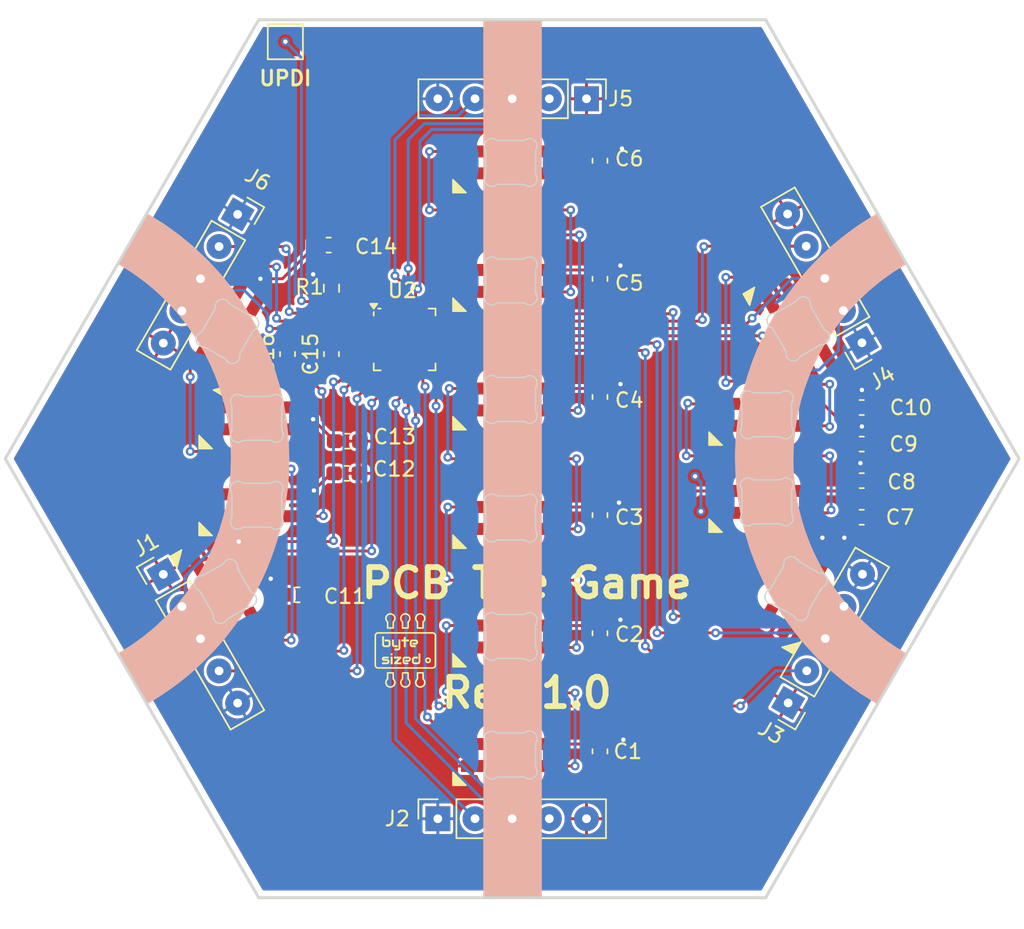
<source format=kicad_pcb>
(kicad_pcb (version 20240108) (generator "pcbnew") (generator_version "8.0")
  (title_block (title "PCB Tile Game") (rev "1.0"))
  (layers (0 "F.Cu" signal) (31 "B.Cu" signal) (34 "B.Paste" user) (35 "F.Paste" user) (36 "B.SilkS" user "B.Silkscreen") (37 "F.SilkS" user "F.Silkscreen") (38 "B.Mask" user) (39 "F.Mask" user) (44 "Edge.Cuts" user))
  (net 0 "")
  (net 1 "GND")
  (net 2 "VCC")
  (net 3 "Net-(LED1-DOUT)")
  (net 4 "Net-(LED2-DOUT)")
  (net 5 "Net-(LED3-DOUT)")
  (net 6 "Net-(LED4-DOUT)")
  (net 7 "Net-(LED5-DOUT)")
  (net 9 "/DATA_J1")
  (net 10 "/TX_J1")
  (net 11 "/RX_J1")
  (net 12 "/TX_J2")
  (net 13 "/DATA_J2")
  (net 14 "/RX_J2")
  (net 15 "/RX_J3")
  (net 16 "/DATA_J3")
  (net 17 "/TX_J3")
  (net 18 "/TX_J4")
  (net 19 "/RX_J4")
  (net 20 "/DATA_J4")
  (net 21 "/UPDI")
  (net 22 "/RX_J5")
  (net 23 "/TX_J5")
  (net 24 "/DATA_J5")
  (net 25 "Net-(LED7-DOUT)")
  (net 26 "Net-(LED8-DOUT)")
  (net 27 "Net-(LED10-DIN)")
  (net 29 "Net-(LED11-DOUT)")
  (net 30 "/DATA_J6")
  (net 31 "/RX_J6")
  (net 32 "/TX_J6")
  (net 33 "/LED_J1-J6")
  (net 34 "/LED_J2-J5")
  (net 35 "Net-(LED12-DOUT)")
  (net 36 "/LED_J3-J4")
  (net 37 "Net-(LED13-DOUT)")
  (footprint "Capacitor_SMD:C_0603_1608Metric_Pad1.08x0.95mm_HandSolder" (layer "F.Cu") (at 146.06 91.9275 90)
    (property "Reference" "C2")
    (property "Value" "0.1uF")
  )
  (footprint "Capacitor_SMD:C_0603_1608Metric_Pad1.08x0.95mm_HandSolder" (layer "F.Cu") (at 128.7975 78.800001 180)
    (property "Reference" "C13")
    (property "Value" "0.1uF")
  )
  (footprint "Capacitor_SMD:C_0603_1608Metric_Pad1.08x0.95mm_HandSolder" (layer "F.Cu") (at 146.06 83.855 90)
    (property "Reference" "C3")
    (property "Value" "0.1uF")
  )
  (footprint "ProjectLibrary:PinSocket_1x05_P2.54mm_Vertical" (layer "F.Cu") (at 134.98 104.6 90)
    (property "Reference" "J2")
    (property "Value" "Conn_01x05_Socket")
  )
  (footprint "Resistor_SMD:R_0603_1608Metric_Pad0.98x0.95mm_HandSolder" (layer "F.Cu") (at 127.71 68.35 -90)
    (property "Reference" "R1")
    (property "Value" "DNP")
  )
  (footprint "Capacitor_SMD:C_0603_1608Metric_Pad1.08x0.95mm_HandSolder" (layer "F.Cu") (at 163.9475 76.5 180)
    (property "Reference" "C10")
    (property "Value" "0.1uF")
  )
  (footprint "Capacitor_SMD:C_0603_1608Metric_Pad1.08x0.95mm_HandSolder" (layer "F.Cu") (at 127.71 72.85 90)
    (property "Reference" "C15")
    (property "Value" "0.1uF")
  )
  (footprint "Capacitor_SMD:C_0603_1608Metric_Pad1.08x0.95mm_HandSolder" (layer "F.Cu") (at 146.06 67.71 90)
    (property "Reference" "C5")
    (property "Value" "0.1uF")
  )
  (footprint "Capacitor_SMD:C_0603_1608Metric_Pad1.08x0.95mm_HandSolder" (layer "F.Cu") (at 163.9475 81.5 180)
    (property "Reference" "C8")
    (property "Value" "0.1uF")
  )
  (footprint "Capacitor_SMD:C_0603_1608Metric_Pad1.08x0.95mm_HandSolder" (layer "F.Cu") (at 146.06 59.6375 90)
    (property "Reference" "C6")
    (property "Value" "0.1uF")
  )
  (footprint "ProjectLibrary:PinHeader_1x05_P2.54mm_Vertical" (layer "F.Cu") (at 158.92 96.689409 150)
    (property "Reference" "J3")
    (property "Value" "Conn_01x05_Pin")
  )
  (footprint "Capacitor_SMD:C_0603_1608Metric_Pad1.08x0.95mm_HandSolder" (layer "F.Cu") (at 127.5225 65.400001 180)
    (property "Reference" "C14")
    (property "Value" "0.1uF")
  )
  (footprint "Capacitor_SMD:C_0603_1608Metric_Pad1.08x0.95mm_HandSolder" (layer "F.Cu") (at 128.76 81 180)
    (property "Reference" "C12")
    (property "Value" "0.1uF")
  )
  (footprint "ProjectLibrary:PinSocket_1x05_P2.54mm_Vertical" (layer "F.Cu") (at 121.3 63.300591 -30)
    (property "Reference" "J6")
    (property "Value" "Conn_01x05_Socket")
  )
  (footprint "Capacitor_SMD:C_0603_1608Metric_Pad1.08x0.95mm_HandSolder" (layer "F.Cu") (at 163.9475 84 180)
    (property "Reference" "C7")
    (property "Value" "0.1uF")
  )
  (footprint "Capacitor_SMD:C_0603_1608Metric_Pad1.08x0.95mm_HandSolder" (layer "F.Cu") (at 146.06 100 90)
    (property "Reference" "C1")
    (property "Value" "0.1uF")
  )
  (footprint "New Logo:byteSizedEngineeringLogo-6mm" (layer "F.Cu") (at 132.76 93.1)
    (property "Reference" "G***" (hide yes))
    (property "Value" "LOGO" (hide yes))
  )
  (footprint "ProjectLibrary:PinSocket_1x05_P2.54mm_Vertical" (layer "F.Cu") (at 163.963349 72.075928 -150)
    (property "Reference" "J4")
    (property "Value" "Conn_01x05_Socket")
  )
  (footprint "Capacitor_SMD:C_0603_1608Metric_Pad1.08x0.95mm_HandSolder" (layer "F.Cu") (at 163.9475 79 180)
    (property "Reference" "C9")
    (property "Value" "0.1uF")
  )
  (footprint "ProjectLibrary:PinHeader_1x05_P2.54mm_Vertical" (layer "F.Cu") (at 116.22 87.900591 30)
    (property "Reference" "J1")
    (property "Value" "Conn_01x05_Pin")
  )
  (footprint "Capacitor_SMD:C_0603_1608Metric_Pad1.08x0.95mm_HandSolder" (layer "F.Cu") (at 146.06 75.7825 90)
    (property "Reference" "C4")
    (property "Value" "0.1uF")
  )
  (footprint "ProjectLibrary:PinHeader_1x05_P2.54mm_Vertical" (layer "F.Cu") (at 145.14 55.4 -90)
    (property "Reference" "J5")
    (property "Value" "Conn_01x05_Pin")
  )
  (footprint "TestPoint:TestPoint_Pad_2.0x2.0mm" (layer "F.Cu") (at 124.56 51.5)
    (property "Reference" "TP1" (hide yes))
    (property "Value" "TestPoint")
  )
  (footprint "Package_DFN_QFN:QFN-24-1EP_4x4mm_P0.5mm_EP2.6x2.6mm" (layer "F.Cu") (at 132.71 71.85)
    (property "Reference" "U2")
    (property "Value" "ATtiny3217-M")
  )
  (footprint "Capacitor_SMD:C_0603_1608Metric_Pad1.08x0.95mm_HandSolder" (layer "F.Cu") (at 124.71 72.85 90)
    (property "Reference" "C16")
    (property "Value" "1uF")
  )
  (footprint "Capacitor_SMD:C_0603_1608Metric_Pad1.08x0.95mm_HandSolder" (layer "F.Cu") (at 125.3975 89.3 180)
    (property "Reference" "C11")
    (property "Value" "0.1uF")
  )
  (footprint "kicad-keyboard-parts:SK6812MINI-E" (layer "B.Cu") (at 139.96 91.861904 180)
    (property "Reference" "LED2" (hide yes))
    (property "Value" "SK6812MINI-E")
    (fp_line (start 1.699999 -0.990938) (end 1.699999 0.414746) (stroke (width 0.1)) (layer "Edge.Cuts"))
    (fp_line (start 0.794453 1.211903) (end -0.794452 1.211903) (stroke (width 0.1)) (layer "Edge.Cuts"))
    (fp_line (start -0.794452 -1.788096) (end 0.794452 -1.788096) (stroke (width 0.1)) (layer "Edge.Cuts"))
    (fp_line (start -1.699999 0.414746) (end -1.699999 -0.990938) (stroke (width 0.1)) (layer "Edge.Cuts"))
    (fp_arc (start 1.749484 0.631624) (mid 1.712509 0.525977) (end 1.699999 0.414747) (stroke (width 0.1)) (layer "Edge.Cuts"))
    (fp_arc (start 1.749484 0.631624) (mid 1.63807 1.215936) (end 1.046711 1.280202) (stroke (width 0.1)) (layer "Edge.Cuts"))
    (fp_arc (start 1.699999 -0.990938) (mid 1.712521 -1.102165) (end 1.749484 -1.207816) (stroke (width 0.1)) (layer "Edge.Cuts"))
    (fp_arc (start 1.046711 -1.856395) (mid 1.63807 -1.792132) (end 1.749484 -1.207815) (stroke (width 0.1)) (layer "Edge.Cuts"))
    (fp_arc (start 1.046711 -1.856395) (mid 0.925123 -1.805472) (end 0.794452 -1.788096) (stroke (width 0.1)) (layer "Edge.Cuts"))
    (fp_arc (start 0.794453 1.211903) (mid 0.925123 1.22928) (end 1.046711 1.280202) (stroke (width 0.1)) (layer "Edge.Cuts"))
    (fp_arc (start -0.794452 -1.788096) (mid -0.925122 -1.805473) (end -1.04671 -1.856395) (stroke (width 0.1)) (layer "Edge.Cuts"))
    (fp_arc (start -1.046711 1.280203) (mid -0.925123 1.229281) (end -0.794453 1.211904) (stroke (width 0.1)) (layer "Edge.Cuts"))
    (fp_arc (start -1.046711 1.280203) (mid -1.638071 1.215939) (end -1.749484 0.631624) (stroke (width 0.1)) (layer "Edge.Cuts"))
    (fp_arc (start -1.699999 0.414746) (mid -1.712527 0.525972) (end -1.749484 0.631624) (stroke (width 0.1)) (layer "Edge.Cuts"))
    (fp_arc (start -1.749484 -1.207816) (mid -1.63807 -1.79213) (end -1.046711 -1.856393) (stroke (width 0.1)) (layer "Edge.Cuts"))
    (fp_arc (start -1.749484 -1.207816) (mid -1.712527 -1.102164) (end -1.699999 -0.990939) (stroke (width 0.1)) (layer "Edge.Cuts"))
  )
  (footprint "kicad-keyboard-parts:SK6812MINI-E" (layer "B.Cu") (at 122.61 82.891904 180)
    (property "Reference" "LED12" (hide yes))
    (property "Value" "SK6812MINI-E")
    (fp_line (start 1.699999 -0.990938) (end 1.699999 0.414746) (stroke (width 0.1)) (layer "Edge.Cuts"))
    (fp_line (start 0.794453 1.211903) (end -0.794452 1.211903) (stroke (width 0.1)) (layer "Edge.Cuts"))
    (fp_line (start -0.794452 -1.788096) (end 0.794452 -1.788096) (stroke (width 0.1)) (layer "Edge.Cuts"))
    (fp_line (start -1.699999 0.414746) (end -1.699999 -0.990938) (stroke (width 0.1)) (layer "Edge.Cuts"))
    (fp_arc (start 1.749484 0.631624) (mid 1.712509 0.525977) (end 1.699999 0.414747) (stroke (width 0.1)) (layer "Edge.Cuts"))
    (fp_arc (start 1.749484 0.631624) (mid 1.63807 1.215936) (end 1.046711 1.280202) (stroke (width 0.1)) (layer "Edge.Cuts"))
    (fp_arc (start 1.699999 -0.990938) (mid 1.712521 -1.102165) (end 1.749484 -1.207816) (stroke (width 0.1)) (layer "Edge.Cuts"))
    (fp_arc (start 1.046711 -1.856395) (mid 1.63807 -1.792132) (end 1.749484 -1.207815) (stroke (width 0.1)) (layer "Edge.Cuts"))
    (fp_arc (start 1.046711 -1.856395) (mid 0.925123 -1.805472) (end 0.794452 -1.788096) (stroke (width 0.1)) (layer "Edge.Cuts"))
    (fp_arc (start 0.794453 1.211903) (mid 0.925123 1.22928) (end 1.046711 1.280202) (stroke (width 0.1)) (layer "Edge.Cuts"))
    (fp_arc (start -0.794452 -1.788096) (mid -0.925122 -1.805473) (end -1.04671 -1.856395) (stroke (width 0.1)) (layer "Edge.Cuts"))
    (fp_arc (start -1.046711 1.280203) (mid -0.925123 1.229281) (end -0.794453 1.211904) (stroke (width 0.1)) (layer "Edge.Cuts"))
    (fp_arc (start -1.046711 1.280203) (mid -1.638071 1.215939) (end -1.749484 0.631624) (stroke (width 0.1)) (layer "Edge.Cuts"))
    (fp_arc (start -1.699999 0.414746) (mid -1.712527 0.525972) (end -1.749484 0.631624) (stroke (width 0.1)) (layer "Edge.Cuts"))
    (fp_arc (start -1.749484 -1.207816) (mid -1.63807 -1.79213) (end -1.046711 -1.856393) (stroke (width 0.1)) (layer "Edge.Cuts"))
    (fp_arc (start -1.749484 -1.207816) (mid -1.712527 -1.102164) (end -1.699999 -0.990939) (stroke (width 0.1)) (layer "Edge.Cuts"))
  )
  (footprint "kicad-keyboard-parts:SK6812MINI-E" (layer "B.Cu") (at 159.859979 70.979285 120)
    (property "Reference" "LED10" (hide yes))
    (property "Value" "SK6812MINI-E")
    (fp_line (start 1.699998 -0.990939) (end 1.7 0.414746) (stroke (width 0.1)) (layer "Edge.Cuts"))
    (fp_line (start -0.794453 -1.788096) (end 0.794452 -1.788094) (stroke (width 0.1)) (layer "Edge.Cuts"))
    (fp_line (start 0.794452 1.211902) (end -0.794452 1.211903) (stroke (width 0.1)) (layer "Edge.Cuts"))
    (fp_line (start -1.7 0.414746) (end -1.699998 -0.990937) (stroke (width 0.1)) (layer "Edge.Cuts"))
    (fp_arc (start 1.04671 -1.856396) (mid 0.925123 -1.805473) (end 0.794452 -1.788094) (stroke (width 0.1)) (layer "Edge.Cuts"))
    (fp_arc (start 1.04671 -1.856396) (mid 1.63807 -1.792133) (end 1.749484 -1.207815) (stroke (width 0.1)) (layer "Edge.Cuts"))
    (fp_arc (start 1.699998 -0.990939) (mid 1.71252 -1.102166) (end 1.749484 -1.207817) (stroke (width 0.1)) (layer "Edge.Cuts"))
    (fp_arc (start -0.794453 -1.788096) (mid -0.925122 -1.805474) (end -1.046709 -1.856394) (stroke (width 0.1)) (layer "Edge.Cuts"))
    (fp_arc (start 1.749486 0.631626) (mid 1.712534 0.525973) (end 1.699999 0.414747) (stroke (width 0.1)) (layer "Edge.Cuts"))
    (fp_arc (start 1.749486 0.631626) (mid 1.63807 1.215937) (end 1.046712 1.280204) (stroke (width 0.1)) (layer "Edge.Cuts"))
    (fp_arc (start -1.749485 -1.207816) (mid -1.63807 -1.792129) (end -1.046711 -1.856393) (stroke (width 0.1)) (layer "Edge.Cuts"))
    (fp_arc (start -1.749485 -1.207816) (mid -1.712527 -1.102164) (end -1.699999 -0.990939) (stroke (width 0.1)) (layer "Edge.Cuts"))
    (fp_arc (start 0.794452 1.211902) (mid 0.925124 1.229279) (end 1.046712 1.280204) (stroke (width 0.1)) (layer "Edge.Cuts"))
    (fp_arc (start -1.7 0.414746) (mid -1.712528 0.525972) (end -1.749484 0.631623) (stroke (width 0.1)) (layer "Edge.Cuts"))
    (fp_arc (start -1.046711 1.280202) (mid -1.638072 1.21594) (end -1.749484 0.631623) (stroke (width 0.1)) (layer "Edge.Cuts"))
    (fp_arc (start -1.046711 1.280202) (mid -0.925123 1.229281) (end -0.794453 1.211904) (stroke (width 0.1)) (layer "Edge.Cuts"))
  )
  (footprint "kicad-keyboard-parts:SK6812MINI-E" (layer "B.Cu") (at 139.96 67.561904 180)
    (property "Reference" "LED5" (hide yes))
    (property "Value" "SK6812MINI-E")
    (fp_line (start 1.699999 -0.990938) (end 1.699999 0.414746) (stroke (width 0.1)) (layer "Edge.Cuts"))
    (fp_line (start 0.794453 1.211903) (end -0.794452 1.211903) (stroke (width 0.1)) (layer "Edge.Cuts"))
    (fp_line (start -0.794452 -1.788096) (end 0.794452 -1.788096) (stroke (width 0.1)) (layer "Edge.Cuts"))
    (fp_line (start -1.699999 0.414746) (end -1.699999 -0.990938) (stroke (width 0.1)) (layer "Edge.Cuts"))
    (fp_arc (start 1.749484 0.631624) (mid 1.712509 0.525977) (end 1.699999 0.414747) (stroke (width 0.1)) (layer "Edge.Cuts"))
    (fp_arc (start 1.749484 0.631624) (mid 1.63807 1.215936) (end 1.046711 1.280202) (stroke (width 0.1)) (layer "Edge.Cuts"))
    (fp_arc (start 1.699999 -0.990938) (mid 1.712521 -1.102165) (end 1.749484 -1.207816) (stroke (width 0.1)) (layer "Edge.Cuts"))
    (fp_arc (start 1.046711 -1.856395) (mid 1.63807 -1.792132) (end 1.749484 -1.207815) (stroke (width 0.1)) (layer "Edge.Cuts"))
    (fp_arc (start 1.046711 -1.856395) (mid 0.925123 -1.805472) (end 0.794452 -1.788096) (stroke (width 0.1)) (layer "Edge.Cuts"))
    (fp_arc (start 0.794453 1.211903) (mid 0.925123 1.22928) (end 1.046711 1.280202) (stroke (width 0.1)) (layer "Edge.Cuts"))
    (fp_arc (start -0.794452 -1.788096) (mid -0.925122 -1.805473) (end -1.04671 -1.856395) (stroke (width 0.1)) (layer "Edge.Cuts"))
    (fp_arc (start -1.046711 1.280203) (mid -0.925123 1.229281) (end -0.794453 1.211904) (stroke (width 0.1)) (layer "Edge.Cuts"))
    (fp_arc (start -1.046711 1.280203) (mid -1.638071 1.215939) (end -1.749484 0.631624) (stroke (width 0.1)) (layer "Edge.Cuts"))
    (fp_arc (start -1.699999 0.414746) (mid -1.712527 0.525972) (end -1.749484 0.631624) (stroke (width 0.1)) (layer "Edge.Cuts"))
    (fp_arc (start -1.749484 -1.207816) (mid -1.63807 -1.79213) (end -1.046711 -1.856393) (stroke (width 0.1)) (layer "Edge.Cuts"))
    (fp_arc (start -1.749484 -1.207816) (mid -1.712527 -1.102164) (end -1.699999 -0.990939) (stroke (width 0.1)) (layer "Edge.Cuts"))
  )
  (footprint "kicad-keyboard-parts:SK6812MINI-E" (layer "B.Cu") (at 139.96 99.961904 180)
    (property "Reference" "LED1" (hide yes))
    (property "Value" "SK6812MINI-E")
    (fp_line (start 1.699999 -0.990938) (end 1.699999 0.414746) (stroke (width 0.1)) (layer "Edge.Cuts"))
    (fp_line (start 0.794453 1.211903) (end -0.794452 1.211903) (stroke (width 0.1)) (layer "Edge.Cuts"))
    (fp_line (start -0.794452 -1.788096) (end 0.794452 -1.788096) (stroke (width 0.1)) (layer "Edge.Cuts"))
    (fp_line (start -1.699999 0.414746) (end -1.699999 -0.990938) (stroke (width 0.1)) (layer "Edge.Cuts"))
    (fp_arc (start 1.749484 0.631624) (mid 1.712509 0.525977) (end 1.699999 0.414747) (stroke (width 0.1)) (layer "Edge.Cuts"))
    (fp_arc (start 1.749484 0.631624) (mid 1.63807 1.215936) (end 1.046711 1.280202) (stroke (width 0.1)) (layer "Edge.Cuts"))
    (fp_arc (start 1.699999 -0.990938) (mid 1.712521 -1.102165) (end 1.749484 -1.207816) (stroke (width 0.1)) (layer "Edge.Cuts"))
    (fp_arc (start 1.046711 -1.856395) (mid 1.63807 -1.792132) (end 1.749484 -1.207815) (stroke (width 0.1)) (layer "Edge.Cuts"))
    (fp_arc (start 1.046711 -1.856395) (mid 0.925123 -1.805472) (end 0.794452 -1.788096) (stroke (width 0.1)) (layer "Edge.Cuts"))
    (fp_arc (start 0.794453 1.211903) (mid 0.925123 1.22928) (end 1.046711 1.280202) (stroke (width 0.1)) (layer "Edge.Cuts"))
    (fp_arc (start -0.794452 -1.788096) (mid -0.925122 -1.805473) (end -1.04671 -1.856395) (stroke (width 0.1)) (layer "Edge.Cuts"))
    (fp_arc (start -1.046711 1.280203) (mid -0.925123 1.229281) (end -0.794453 1.211904) (stroke (width 0.1)) (layer "Edge.Cuts"))
    (fp_arc (start -1.046711 1.280203) (mid -1.638071 1.215939) (end -1.749484 0.631624) (stroke (width 0.1)) (layer "Edge.Cuts"))
    (fp_arc (start -1.699999 0.414746) (mid -1.712527 0.525972) (end -1.749484 0.631624) (stroke (width 0.1)) (layer "Edge.Cuts"))
    (fp_arc (start -1.749484 -1.207816) (mid -1.63807 -1.79213) (end -1.046711 -1.856393) (stroke (width 0.1)) (layer "Edge.Cuts"))
    (fp_arc (start -1.749484 -1.207816) (mid -1.712527 -1.102164) (end -1.699999 -0.990939) (stroke (width 0.1)) (layer "Edge.Cuts"))
  )
  (footprint "kicad-keyboard-parts:SK6812MINI-E" (layer "B.Cu") (at 139.96 83.761904 180)
    (property "Reference" "LED3" (hide yes))
    (property "Value" "SK6812MINI-E")
    (fp_line (start 1.699999 -0.990938) (end 1.699999 0.414746) (stroke (width 0.1)) (layer "Edge.Cuts"))
    (fp_line (start 0.794453 1.211903) (end -0.794452 1.211903) (stroke (width 0.1)) (layer "Edge.Cuts"))
    (fp_line (start -0.794452 -1.788096) (end 0.794452 -1.788096) (stroke (width 0.1)) (layer "Edge.Cuts"))
    (fp_line (start -1.699999 0.414746) (end -1.699999 -0.990938) (stroke (width 0.1)) (layer "Edge.Cuts"))
    (fp_arc (start 1.749484 0.631624) (mid 1.712509 0.525977) (end 1.699999 0.414747) (stroke (width 0.1)) (layer "Edge.Cuts"))
    (fp_arc (start 1.749484 0.631624) (mid 1.63807 1.215936) (end 1.046711 1.280202) (stroke (width 0.1)) (layer "Edge.Cuts"))
    (fp_arc (start 1.699999 -0.990938) (mid 1.712521 -1.102165) (end 1.749484 -1.207816) (stroke (width 0.1)) (layer "Edge.Cuts"))
    (fp_arc (start 1.046711 -1.856395) (mid 1.63807 -1.792132) (end 1.749484 -1.207815) (stroke (width 0.1)) (layer "Edge.Cuts"))
    (fp_arc (start 1.046711 -1.856395) (mid 0.925123 -1.805472) (end 0.794452 -1.788096) (stroke (width 0.1)) (layer "Edge.Cuts"))
    (fp_arc (start 0.794453 1.211903) (mid 0.925123 1.22928) (end 1.046711 1.280202) (stroke (width 0.1)) (layer "Edge.Cuts"))
    (fp_arc (start -0.794452 -1.788096) (mid -0.925122 -1.805473) (end -1.04671 -1.856395) (stroke (width 0.1)) (layer "Edge.Cuts"))
    (fp_arc (start -1.046711 1.280203) (mid -0.925123 1.229281) (end -0.794453 1.211904) (stroke (width 0.1)) (layer "Edge.Cuts"))
    (fp_arc (start -1.046711 1.280203) (mid -1.638071 1.215939) (end -1.749484 0.631624) (stroke (width 0.1)) (layer "Edge.Cuts"))
    (fp_arc (start -1.699999 0.414746) (mid -1.712527 0.525972) (end -1.749484 0.631624) (stroke (width 0.1)) (layer "Edge.Cuts"))
    (fp_arc (start -1.749484 -1.207816) (mid -1.63807 -1.79213) (end -1.046711 -1.856393) (stroke (width 0.1)) (layer "Edge.Cuts"))
    (fp_arc (start -1.749484 -1.207816) (mid -1.712527 -1.102164) (end -1.699999 -0.990939) (stroke (width 0.1)) (layer "Edge.Cuts"))
  )
  (footprint "kicad-keyboard-parts:SK6812MINI-E" (layer "B.Cu") (at 159.210982 88.729286 -120)
    (property "Reference" "LED7" (hide yes))
    (property "Value" "SK6812MINI-E")
    (fp_line (start 0.794452 1.211902) (end -0.794452 1.211903) (stroke (width 0.1)) (layer "Edge.Cuts"))
    (fp_line (start 1.699999 -0.990938) (end 1.699999 0.414746) (stroke (width 0.1)) (layer "Edge.Cuts"))
    (fp_line (start -1.7 0.414746) (end -1.699999 -0.990938) (stroke (width 0.1)) (layer "Edge.Cuts"))
    (fp_line (start -0.794453 -1.788096) (end 0.794453 -1.788096) (stroke (width 0.1)) (layer "Edge.Cuts"))
    (fp_arc (start 0.794452 1.211902) (mid 0.925123 1.229281) (end 1.046712 1.280202) (stroke (width 0.1)) (layer "Edge.Cuts"))
    (fp_arc (start 1.749483 0.631624) (mid 1.63807 1.215935) (end 1.046712 1.280202) (stroke (width 0.1)) (layer "Edge.Cuts"))
    (fp_arc (start 1.749483 0.631624) (mid 1.712554 0.525967) (end 1.7 0.414748) (stroke (width 0.1)) (layer "Edge.Cuts"))
    (fp_arc (start -1.046712 1.280204) (mid -0.925123 1.229281) (end -0.794453 1.211904) (stroke (width 0.1)) (layer "Edge.Cuts"))
    (fp_arc (start -1.046712 1.280204) (mid -1.638069 1.215935) (end -1.749484 0.631623) (stroke (width 0.1)) (layer "Edge.Cuts"))
    (fp_arc (start 1.699999 -0.990938) (mid 1.712521 -1.102165) (end 1.749485 -1.207816) (stroke (width 0.1)) (layer "Edge.Cuts"))
    (fp_arc (start -1.7 0.414746) (mid -1.712526 0.525972) (end -1.749484 0.631623) (stroke (width 0.1)) (layer "Edge.Cuts"))
    (fp_arc (start 1.046711 -1.856395) (mid 1.638071 -1.792133) (end 1.749484 -1.207815) (stroke (width 0.1)) (layer "Edge.Cuts"))
    (fp_arc (start 1.046711 -1.856395) (mid 0.925123 -1.805473) (end 0.794453 -1.788096) (stroke (width 0.1)) (layer "Edge.Cuts"))
    (fp_arc (start -1.749485 -1.207816) (mid -1.712523 -1.102165) (end -1.699999 -0.990938) (stroke (width 0.1)) (layer "Edge.Cuts"))
    (fp_arc (start -1.749485 -1.207816) (mid -1.638071 -1.79213) (end -1.046712 -1.856392) (stroke (width 0.1)) (layer "Edge.Cuts"))
    (fp_arc (start -0.794453 -1.788096) (mid -0.925123 -1.805473) (end -1.04671 -1.856395) (stroke (width 0.1)) (layer "Edge.Cuts"))
  )
  (footprint "kicad-keyboard-parts:SK6812MINI-E" (layer "B.Cu") (at 120.350982 71.152618 -120)
    (property "Reference" "LED14" (hide yes))
    (property "Value" "SK6812MINI-E")
    (fp_line (start 0.794453 1.211903) (end -0.794452 1.211903) (stroke (width 0.1)) (layer "Edge.Cuts"))
    (fp_line (start 1.699999 -0.990938) (end 1.699999 0.414746) (stroke (width 0.1)) (layer "Edge.Cuts"))
    (fp_line (start -1.699999 0.414746) (end -1.699999 -0.990938) (stroke (width 0.1)) (layer "Edge.Cuts"))
    (fp_line (start -0.794453 -1.788096) (end 0.794452 -1.788097) (stroke (width 0.1)) (layer "Edge.Cuts"))
    (fp_arc (start 0.794453 1.211903) (mid 0.925123 1.22928) (end 1.046711 1.280202) (stroke (width 0.1)) (layer "Edge.Cuts"))
    (fp_arc (start 1.749484 0.631623) (mid 1.638071 1.215936) (end 1.046711 1.280202) (stroke (width 0.1)) (layer "Edge.Cuts"))
    (fp_arc (start 1.749484 0.631623) (mid 1.712509 0.525976) (end 1.699999 0.414747) (stroke (width 0.1)) (layer "Edge.Cuts"))
    (fp_arc (start -1.046711 1.280203) (mid -0.925123 1.229281) (end -0.794453 1.211904) (stroke (width 0.1)) (layer "Edge.Cuts"))
    (fp_arc (start -1.046711 1.280203) (mid -1.638071 1.215938) (end -1.749485 0.631624) (stroke (width 0.1)) (layer "Edge.Cuts"))
    (fp_arc (start 1.699999 -0.990938) (mid 1.712521 -1.102165) (end 1.749485 -1.207816) (stroke (width 0.1)) (layer "Edge.Cuts"))
    (fp_arc (start -1.699999 0.414746) (mid -1.712527 0.525972) (end -1.749485 0.631624) (stroke (width 0.1)) (layer "Edge.Cuts"))
    (fp_arc (start 1.046711 -1.856395) (mid 1.638071 -1.792133) (end 1.749484 -1.207815) (stroke (width 0.1)) (layer "Edge.Cuts"))
    (fp_arc (start 1.046711 -1.856395) (mid 0.925122 -1.805475) (end 0.794452 -1.788097) (stroke (width 0.1)) (layer "Edge.Cuts"))
    (fp_arc (start -1.749484 -1.207816) (mid -1.712527 -1.102164) (end -1.699999 -0.990939) (stroke (width 0.1)) (layer "Edge.Cuts"))
    (fp_arc (start -1.749484 -1.207816) (mid -1.638071 -1.79213) (end -1.046711 -1.856393) (stroke (width 0.1)) (layer "Edge.Cuts"))
    (fp_arc (start -0.794453 -1.788096) (mid -0.925123 -1.805473) (end -1.04671 -1.856395) (stroke (width 0.1)) (layer "Edge.Cuts"))
  )
  (footprint "kicad-keyboard-parts:SK6812MINI-E" (layer "B.Cu") (at 157.46 82.661904 180)
    (property "Reference" "LED8" (hide yes))
    (property "Value" "SK6812MINI-E")
    (fp_line (start 1.699999 -0.990938) (end 1.699999 0.414746) (stroke (width 0.1)) (layer "Edge.Cuts"))
    (fp_line (start 0.794453 1.211903) (end -0.794452 1.211903) (stroke (width 0.1)) (layer "Edge.Cuts"))
    (fp_line (start -0.794452 -1.788096) (end 0.794452 -1.788096) (stroke (width 0.1)) (layer "Edge.Cuts"))
    (fp_line (start -1.699999 0.414746) (end -1.699999 -0.990938) (stroke (width 0.1)) (layer "Edge.Cuts"))
    (fp_arc (start 1.749484 0.631624) (mid 1.712509 0.525977) (end 1.699999 0.414747) (stroke (width 0.1)) (layer "Edge.Cuts"))
    (fp_arc (start 1.749484 0.631624) (mid 1.63807 1.215936) (end 1.046711 1.280202) (stroke (width 0.1)) (layer "Edge.Cuts"))
    (fp_arc (start 1.699999 -0.990938) (mid 1.712521 -1.102165) (end 1.749484 -1.207816) (stroke (width 0.1)) (layer "Edge.Cuts"))
    (fp_arc (start 1.046711 -1.856395) (mid 1.63807 -1.792132) (end 1.749484 -1.207815) (stroke (width 0.1)) (layer "Edge.Cuts"))
    (fp_arc (start 1.046711 -1.856395) (mid 0.925123 -1.805472) (end 0.794452 -1.788096) (stroke (width 0.1)) (layer "Edge.Cuts"))
    (fp_arc (start 0.794453 1.211903) (mid 0.925123 1.22928) (end 1.046711 1.280202) (stroke (width 0.1)) (layer "Edge.Cuts"))
    (fp_arc (start -0.794452 -1.788096) (mid -0.925122 -1.805473) (end -1.04671 -1.856395) (stroke (width 0.1)) (layer "Edge.Cuts"))
    (fp_arc (start -1.046711 1.280203) (mid -0.925123 1.229281) (end -0.794453 1.211904) (stroke (width 0.1)) (layer "Edge.Cuts"))
    (fp_arc (start -1.046711 1.280203) (mid -1.638071 1.215939) (end -1.749484 0.631624) (stroke (width 0.1)) (layer "Edge.Cuts"))
    (fp_arc (start -1.699999 0.414746) (mid -1.712527 0.525972) (end -1.749484 0.631624) (stroke (width 0.1)) (layer "Edge.Cuts"))
    (fp_arc (start -1.749484 -1.207816) (mid -1.63807 -1.79213) (end -1.046711 -1.856393) (stroke (width 0.1)) (layer "Edge.Cuts"))
    (fp_arc (start -1.749484 -1.207816) (mid -1.712527 -1.102164) (end -1.699999 -0.990939) (stroke (width 0.1)) (layer "Edge.Cuts"))
  )
  (footprint "kicad-keyboard-parts:SK6812MINI-E" (layer "B.Cu") (at 120.709979 88.919286 120)
    (property "Reference" "LED11" (hide yes))
    (property "Value" "SK6812MINI-E")
    (fp_line (start 1.699999 -0.990938) (end 1.699999 0.414746) (stroke (width 0.1)) (layer "Edge.Cuts"))
    (fp_line (start -0.794453 -1.788096) (end 0.794452 -1.788097) (stroke (width 0.1)) (layer "Edge.Cuts"))
    (fp_line (start 0.794453 1.211903) (end -0.794452 1.211903) (stroke (width 0.1)) (layer "Edge.Cuts"))
    (fp_line (start -1.699999 0.414746) (end -1.699999 -0.990938) (stroke (width 0.1)) (layer "Edge.Cuts"))
    (fp_arc (start 1.046711 -1.856395) (mid 0.925124 -1.805471) (end 0.794452 -1.788097) (stroke (width 0.1)) (layer "Edge.Cuts"))
    (fp_arc (start 1.046711 -1.856395) (mid 1.63807 -1.792132) (end 1.749484 -1.207815) (stroke (width 0.1)) (layer "Edge.Cuts"))
    (fp_arc (start 1.699999 -0.990938) (mid 1.712521 -1.102166) (end 1.749485 -1.207816) (stroke (width 0.1)) (layer "Edge.Cuts"))
    (fp_arc (start -0.794453 -1.788096) (mid -0.925123 -1.805473) (end -1.04671 -1.856395) (stroke (width 0.1)) (layer "Edge.Cuts"))
    (fp_arc (start 1.749484 0.631623) (mid 1.712509 0.525976) (end 1.699999 0.414747) (stroke (width 0.1)) (layer "Edge.Cuts"))
    (fp_arc (start 1.749484 0.631623) (mid 1.63807 1.215937) (end 1.046711 1.280202) (stroke (width 0.1)) (layer "Edge.Cuts"))
    (fp_arc (start -1.749485 -1.207816) (mid -1.63807 -1.792129) (end -1.046711 -1.856393) (stroke (width 0.1)) (layer "Edge.Cuts"))
    (fp_arc (start -1.749485 -1.207816) (mid -1.712527 -1.102164) (end -1.699999 -0.990939) (stroke (width 0.1)) (layer "Edge.Cuts"))
    (fp_arc (start 0.794453 1.211903) (mid 0.925123 1.22928) (end 1.046711 1.280202) (stroke (width 0.1)) (layer "Edge.Cuts"))
    (fp_arc (start -1.699999 0.414746) (mid -1.712525 0.525972) (end -1.749485 0.631624) (stroke (width 0.1)) (layer "Edge.Cuts"))
    (fp_arc (start -1.046711 1.280203) (mid -1.638072 1.215939) (end -1.749485 0.631624) (stroke (width 0.1)) (layer "Edge.Cuts"))
    (fp_arc (start -1.046711 1.280203) (mid -0.925123 1.229281) (end -0.794453 1.211904) (stroke (width 0.1)) (layer "Edge.Cuts"))
  )
  (footprint "kicad-keyboard-parts:SK6812MINI-E" (layer "B.Cu") (at 139.96 75.661904 180)
    (property "Reference" "LED4" (hide yes))
    (property "Value" "SK6812MINI-E")
    (fp_line (start 1.699999 -0.990938) (end 1.699999 0.414746) (stroke (width 0.1)) (layer "Edge.Cuts"))
    (fp_line (start 0.794453 1.211903) (end -0.794452 1.211903) (stroke (width 0.1)) (layer "Edge.Cuts"))
    (fp_line (start -0.794452 -1.788096) (end 0.794452 -1.788096) (stroke (width 0.1)) (layer "Edge.Cuts"))
    (fp_line (start -1.699999 0.414746) (end -1.699999 -0.990938) (stroke (width 0.1)) (layer "Edge.Cuts"))
    (fp_arc (start 1.749484 0.631624) (mid 1.712509 0.525977) (end 1.699999 0.414747) (stroke (width 0.1)) (layer "Edge.Cuts"))
    (fp_arc (start 1.749484 0.631624) (mid 1.63807 1.215936) (end 1.046711 1.280202) (stroke (width 0.1)) (layer "Edge.Cuts"))
    (fp_arc (start 1.699999 -0.990938) (mid 1.712521 -1.102165) (end 1.749484 -1.207816) (stroke (width 0.1)) (layer "Edge.Cuts"))
    (fp_arc (start 1.046711 -1.856395) (mid 1.63807 -1.792132) (end 1.749484 -1.207815) (stroke (width 0.1)) (layer "Edge.Cuts"))
    (fp_arc (start 1.046711 -1.856395) (mid 0.925123 -1.805472) (end 0.794452 -1.788096) (stroke (width 0.1)) (layer "Edge.Cuts"))
    (fp_arc (start 0.794453 1.211903) (mid 0.925123 1.22928) (end 1.046711 1.280202) (stroke (width 0.1)) (layer "Edge.Cuts"))
    (fp_arc (start -0.794452 -1.788096) (mid -0.925122 -1.805473) (end -1.04671 -1.856395) (stroke (width 0.1)) (layer "Edge.Cuts"))
    (fp_arc (start -1.046711 1.280203) (mid -0.925123 1.229281) (end -0.794453 1.211904) (stroke (width 0.1)) (layer "Edge.Cuts"))
    (fp_arc (start -1.046711 1.280203) (mid -1.638071 1.215939) (end -1.749484 0.631624) (stroke (width 0.1)) (layer "Edge.Cuts"))
    (fp_arc (start -1.699999 0.414746) (mid -1.712527 0.525972) (end -1.749484 0.631624) (stroke (width 0.1)) (layer "Edge.Cuts"))
    (fp_arc (start -1.749484 -1.207816) (mid -1.63807 -1.79213) (end -1.046711 -1.856393) (stroke (width 0.1)) (layer "Edge.Cuts"))
    (fp_arc (start -1.749484 -1.207816) (mid -1.712527 -1.102164) (end -1.699999 -0.990939) (stroke (width 0.1)) (layer "Edge.Cuts"))
  )
  (footprint "kicad-keyboard-parts:SK6812MINI-E" (layer "B.Cu") (at 139.96 59.461904 180)
    (property "Reference" "LED6" (hide yes))
    (property "Value" "SK6812MINI-E")
    (fp_line (start 1.699999 -0.990938) (end 1.699999 0.414746) (stroke (width 0.1)) (layer "Edge.Cuts"))
    (fp_line (start 0.794453 1.211903) (end -0.794452 1.211903) (stroke (width 0.1)) (layer "Edge.Cuts"))
    (fp_line (start -0.794452 -1.788096) (end 0.794452 -1.788096) (stroke (width 0.1)) (layer "Edge.Cuts"))
    (fp_line (start -1.699999 0.414746) (end -1.699999 -0.990938) (stroke (width 0.1)) (layer "Edge.Cuts"))
    (fp_arc (start 1.749484 0.631624) (mid 1.712509 0.525977) (end 1.699999 0.414747) (stroke (width 0.1)) (layer "Edge.Cuts"))
    (fp_arc (start 1.749484 0.631624) (mid 1.63807 1.215936) (end 1.046711 1.280202) (stroke (width 0.1)) (layer "Edge.Cuts"))
    (fp_arc (start 1.699999 -0.990938) (mid 1.712521 -1.102165) (end 1.749484 -1.207816) (stroke (width 0.1)) (layer "Edge.Cuts"))
    (fp_arc (start 1.046711 -1.856395) (mid 1.63807 -1.792132) (end 1.749484 -1.207815) (stroke (width 0.1)) (layer "Edge.Cuts"))
    (fp_arc (start 1.046711 -1.856395) (mid 0.925123 -1.805472) (end 0.794452 -1.788096) (stroke (width 0.1)) (layer "Edge.Cuts"))
    (fp_arc (start 0.794453 1.211903) (mid 0.925123 1.22928) (end 1.046711 1.280202) (stroke (width 0.1)) (layer "Edge.Cuts"))
    (fp_arc (start -0.794452 -1.788096) (mid -0.925122 -1.805473) (end -1.04671 -1.856395) (stroke (width 0.1)) (layer "Edge.Cuts"))
    (fp_arc (start -1.046711 1.280203) (mid -0.925123 1.229281) (end -0.794453 1.211904) (stroke (width 0.1)) (layer "Edge.Cuts"))
    (fp_arc (start -1.046711 1.280203) (mid -1.638071 1.215939) (end -1.749484 0.631624) (stroke (width 0.1)) (layer "Edge.Cuts"))
    (fp_arc (start -1.699999 0.414746) (mid -1.712527 0.525972) (end -1.749484 0.631624) (stroke (width 0.1)) (layer "Edge.Cuts"))
    (fp_arc (start -1.749484 -1.207816) (mid -1.63807 -1.79213) (end -1.046711 -1.856393) (stroke (width 0.1)) (layer "Edge.Cuts"))
    (fp_arc (start -1.749484 -1.207816) (mid -1.712527 -1.102164) (end -1.699999 -0.990939) (stroke (width 0.1)) (layer "Edge.Cuts"))
  )
  (footprint "kicad-keyboard-parts:SK6812MINI-E" (layer "B.Cu") (at 157.46 76.711904 180)
    (property "Reference" "LED9" (hide yes))
    (property "Value" "SK6812MINI-E")
    (fp_line (start 1.699999 -0.990938) (end 1.699999 0.414746) (stroke (width 0.1)) (layer "Edge.Cuts"))
    (fp_line (start 0.794453 1.211903) (end -0.794452 1.211903) (stroke (width 0.1)) (layer "Edge.Cuts"))
    (fp_line (start -0.794452 -1.788096) (end 0.794452 -1.788096) (stroke (width 0.1)) (layer "Edge.Cuts"))
    (fp_line (start -1.699999 0.414746) (end -1.699999 -0.990938) (stroke (width 0.1)) (layer "Edge.Cuts"))
    (fp_arc (start 1.749484 0.631624) (mid 1.712509 0.525977) (end 1.699999 0.414747) (stroke (width 0.1)) (layer "Edge.Cuts"))
    (fp_arc (start 1.749484 0.631624) (mid 1.63807 1.215936) (end 1.046711 1.280202) (stroke (width 0.1)) (layer "Edge.Cuts"))
    (fp_arc (start 1.699999 -0.990938) (mid 1.712521 -1.102165) (end 1.749484 -1.207816) (stroke (width 0.1)) (layer "Edge.Cuts"))
    (fp_arc (start 1.046711 -1.856395) (mid 1.63807 -1.792132) (end 1.749484 -1.207815) (stroke (width 0.1)) (layer "Edge.Cuts"))
    (fp_arc (start 1.046711 -1.856395) (mid 0.925123 -1.805472) (end 0.794452 -1.788096) (stroke (width 0.1)) (layer "Edge.Cuts"))
    (fp_arc (start 0.794453 1.211903) (mid 0.925123 1.22928) (end 1.046711 1.280202) (stroke (width 0.1)) (layer "Edge.Cuts"))
    (fp_arc (start -0.794452 -1.788096) (mid -0.925122 -1.805473) (end -1.04671 -1.856395) (stroke (width 0.1)) (layer "Edge.Cuts"))
    (fp_arc (start -1.046711 1.280203) (mid -0.925123 1.229281) (end -0.794453 1.211904) (stroke (width 0.1)) (layer "Edge.Cuts"))
    (fp_arc (start -1.046711 1.280203) (mid -1.638071 1.215939) (end -1.749484 0.631624) (stroke (width 0.1)) (layer "Edge.Cuts"))
    (fp_arc (start -1.699999 0.414746) (mid -1.712527 0.525972) (end -1.749484 0.631624) (stroke (width 0.1)) (layer "Edge.Cuts"))
    (fp_arc (start -1.749484 -1.207816) (mid -1.63807 -1.79213) (end -1.046711 -1.856393) (stroke (width 0.1)) (layer "Edge.Cuts"))
    (fp_arc (start -1.749484 -1.207816) (mid -1.712527 -1.102164) (end -1.699999 -0.990939) (stroke (width 0.1)) (layer "Edge.Cuts"))
  )
  (footprint "kicad-keyboard-parts:SK6812MINI-E" (layer "B.Cu") (at 122.61 76.951904 180)
    (property "Reference" "LED13" (hide yes))
    (property "Value" "SK6812MINI-E")
    (fp_line (start 1.699999 -0.990938) (end 1.699999 0.414746) (stroke (width 0.1)) (layer "Edge.Cuts"))
    (fp_line (start 0.794453 1.211903) (end -0.794452 1.211903) (stroke (width 0.1)) (layer "Edge.Cuts"))
    (fp_line (start -0.794452 -1.788096) (end 0.794452 -1.788096) (stroke (width 0.1)) (layer "Edge.Cuts"))
    (fp_line (start -1.699999 0.414746) (end -1.699999 -0.990938) (stroke (width 0.1)) (layer "Edge.Cuts"))
    (fp_arc (start 1.749484 0.631624) (mid 1.712509 0.525977) (end 1.699999 0.414747) (stroke (width 0.1)) (layer "Edge.Cuts"))
    (fp_arc (start 1.749484 0.631624) (mid 1.63807 1.215936) (end 1.046711 1.280202) (stroke (width 0.1)) (layer "Edge.Cuts"))
    (fp_arc (start 1.699999 -0.990938) (mid 1.712521 -1.102165) (end 1.749484 -1.207816) (stroke (width 0.1)) (layer "Edge.Cuts"))
    (fp_arc (start 1.046711 -1.856395) (mid 1.63807 -1.792132) (end 1.749484 -1.207815) (stroke (width 0.1)) (layer "Edge.Cuts"))
    (fp_arc (start 1.046711 -1.856395) (mid 0.925123 -1.805472) (end 0.794452 -1.788096) (stroke (width 0.1)) (layer "Edge.Cuts"))
    (fp_arc (start 0.794453 1.211903) (mid 0.925123 1.22928) (end 1.046711 1.280202) (stroke (width 0.1)) (layer "Edge.Cuts"))
    (fp_arc (start -0.794452 -1.788096) (mid -0.925122 -1.805473) (end -1.04671 -1.856395) (stroke (width 0.1)) (layer "Edge.Cuts"))
    (fp_arc (start -1.046711 1.280203) (mid -0.925123 1.229281) (end -0.794453 1.211904) (stroke (width 0.1)) (layer "Edge.Cuts"))
    (fp_arc (start -1.046711 1.280203) (mid -1.638071 1.215939) (end -1.749484 0.631624) (stroke (width 0.1)) (layer "Edge.Cuts"))
    (fp_arc (start -1.699999 0.414746) (mid -1.712527 0.525972) (end -1.749484 0.631624) (stroke (width 0.1)) (layer "Edge.Cuts"))
    (fp_arc (start -1.749484 -1.207816) (mid -1.63807 -1.79213) (end -1.046711 -1.856393) (stroke (width 0.1)) (layer "Edge.Cuts"))
    (fp_arc (start -1.749484 -1.207816) (mid -1.712527 -1.102164) (end -1.699999 -0.990939) (stroke (width 0.1)) (layer "Edge.Cuts"))
  )
  (gr_poly (pts (xy 141.974321 50.000189) (xy 141.980358 50.000676) (xy 141.986307 50.001458) (xy 141.99216 50.002527) (xy 141.997911 50.003876) (xy 142.003551 50.005497) (xy 142.009074 50.007384) (xy 142.014472 50.009528) (xy 142.019737 50.011923) (xy 142.024863 50.014561) (xy 142.029842 50.017435) (xy 142.034666 50.020536) (xy 142.039328 50.023859) (xy 142.043821 50.027395) (xy 142.048138 50.031137) (xy 142.05227 50.035079) (xy 142.056211 50.039211) (xy 142.059953 50.043527) (xy 142.06349 50.04802) (xy 142.066812 50.052683) (xy 142.069914 50.057507) (xy 142.072787 50.062486) (xy 142.075425 50.067611) (xy 142.07782 50.072877) (xy 142.079965 50.078274) (xy 142.081851 50.083797) (xy 142.083473 50.089438) (xy 142.084822 50.095188) (xy 142.085891 50.101042) (xy 142.086672 50.10699) (xy 142.087159 50.113027) (xy 142.087344 50.119145) (xy 142.087344 109.880856) (xy 142.087159 109.886974) (xy 142.086672 109.893011) (xy 142.085891 109.898959) (xy 142.084822 109.904813) (xy 142.083473 109.910563) (xy 142.081851 109.916204) (xy 142.079965 109.921726) (xy 142.07782 109.927124) (xy 142.075425 109.93239) (xy 142.072787 109.937515) (xy 142.069914 109.942494) (xy 142.066812 109.947318) (xy 142.06349 109.951981) (xy 142.059953 109.956474) (xy 142.056211 109.96079) (xy 142.05227 109.964922) (xy 142.048138 109.968863) (xy 142.043821 109.972606) (xy 142.039328 109.976142) (xy 142.034666 109.979465) (xy 142.029842 109.982566) (xy 142.024863 109.98544) (xy 142.019737 109.988078) (xy 142.014472 109.990473) (xy 142.009074 109.992617) (xy 142.003551 109.994504) (xy 141.997911 109.996125) (xy 141.99216 109.997474) (xy 141.986307 109.998543) (xy 141.980358 109.999325) (xy 141.974321 109.999812) (xy 141.968204 109.999997) (xy 138.206485 109.999997) (xy 138.200367 109.999812) (xy 138.19433 109.999325) (xy 138.188382 109.998543) (xy 138.182528 109.997474) (xy 138.176778 109.996125) (xy 138.171137 109.994504) (xy 138.165614 109.992617) (xy 138.160217 109.990473) (xy 138.154951 109.988078) (xy 138.149825 109.98544) (xy 138.144847 109.982566) (xy 138.140023 109.979465) (xy 138.13536 109.976142) (xy 138.130867 109.972606) (xy 138.126551 109.968863) (xy 138.122419 109.964922) (xy 138.118477 109.96079) (xy 138.114735 109.956474) (xy 138.111199 109.951981) (xy 138.107876 109.947318) (xy 138.104775 109.942494) (xy 138.101901 109.937515) (xy 138.099263 109.93239) (xy 138.096868 109.927124) (xy 138.094724 109.921726) (xy 138.092837 109.916204) (xy 138.091216 109.910563) (xy 138.089867 109.904813) (xy 138.088798 109.898959) (xy 138.088016 109.893011) (xy 138.087529 109.886974) (xy 138.087344 109.880856) (xy 138.087344 109.759762) (xy 138.327579 109.759762) (xy 141.849063 109.759762) (xy 141.849063 50.240231) (xy 138.327579 50.240231) (xy 138.327579 109.759762) (xy 138.087344 109.759762) (xy 138.087344 50.119145) (xy 138.087529 50.113027) (xy 138.088016 50.10699) (xy 138.088798 50.101041) (xy 138.089867 50.095188) (xy 138.091216 50.089437) (xy 138.092837 50.083797) (xy 138.094724 50.078274) (xy 138.096868 50.072876) (xy 138.099263 50.06761) (xy 138.101901 50.062484) (xy 138.104775 50.057505) (xy 138.107876 50.052681) (xy 138.111199 50.048018) (xy 138.114735 50.043525) (xy 138.118477 50.039208) (xy 138.122419 50.035076) (xy 138.126551 50.031134) (xy 138.130867 50.027392) (xy 138.13536 50.023856) (xy 138.140023 50.020533) (xy 138.144847 50.017431) (xy 138.149825 50.014558) (xy 138.154951 50.01192) (xy 138.160217 50.009525) (xy 138.165614 50.007381) (xy 138.171137 50.005495) (xy 138.176778 50.003873) (xy 138.182528 50.002525) (xy 138.188382 50.001456) (xy 138.19433 50.000675) (xy 138.200367 50.000189) (xy 138.206485 50.000004) (xy 141.968204 50.000004)) (stroke (width -0.000001)) (fill solid) (layer "B.SilkS"))
  (gr_poly (pts (xy 116.27028 63.948173) (xy 117.307625 64.693989) (xy 118.287186 65.501486) (xy 119.206924 66.367123) (xy 120.064798 67.287356) (xy 120.858772 68.258643) (xy 121.586805 69.277439) (xy 122.24686 70.340204) (xy 122.836896 71.443393) (xy 123.354876 72.583463) (xy 123.798761 73.756872) (xy 124.166511 74.960077) (xy 124.456088 76.189535) (xy 124.665453 77.441703) (xy 124.792567 78.713038) (xy 124.835391 79.999997) (xy 124.824643 80.64521) (xy 124.792567 81.286959) (xy 124.739418 81.924803) (xy 124.665453 82.558297) (xy 124.570924 83.187) (xy 124.456088 83.810467) (xy 124.321198 84.428257) (xy 124.166511 85.039927) (xy 123.99228 85.645033) (xy 123.798761 86.243133) (xy 123.586208 86.833784) (xy 123.354876 87.416543) (xy 123.105021 87.990967) (xy 122.836896 88.556613) (xy 122.550758 89.113039) (xy 122.24686 89.659802) (xy 121.925457 90.196458) (xy 121.586805 90.722566) (xy 121.231159 91.237681) (xy 120.858772 91.741362) (xy 120.4699 92.233165) (xy 120.064798 92.712647) (xy 119.643721 93.179367) (xy 119.206924 93.63288) (xy 118.75466 94.072744) (xy 118.287186 94.498516) (xy 117.804756 94.909753) (xy 117.307625 95.306013) (xy 116.796048 95.686852) (xy 116.27028 96.051828) (xy 115.730575 96.400498) (xy 115.177188 96.732419) (xy 113.177188 93.267575) (xy 114.044782 92.727491) (xy 114.867953 92.135929) (xy 115.645107 91.495659) (xy 116.37465 90.809451) (xy 117.054989 90.080075) (xy 117.684529 89.310301) (xy 118.261677 88.502898) (xy 118.784839 87.660635) (xy 119.252421 86.786284) (xy 119.66283 85.882614) (xy 120.014472 84.952394) (xy 120.305753 83.998395) (xy 120.535079 83.023385) (xy 120.700857 82.030136) (xy 120.801492 81.021417) (xy 120.835391 79.999997) (xy 120.826883 79.487874) (xy 120.801492 78.978581) (xy 120.759417 78.472462) (xy 120.700857 77.969865) (xy 120.626011 77.471135) (xy 120.535079 76.976618) (xy 120.42826 76.486662) (xy 120.305753 76.001612) (xy 120.167757 75.521814) (xy 120.014472 75.047614) (xy 119.846097 74.579359) (xy 119.66283 74.117396) (xy 119.464872 73.662069) (xy 119.252421 73.213726) (xy 119.025677 72.772713) (xy 118.784839 72.339376) (xy 118.530106 71.914061) (xy 118.261677 71.497114) (xy 117.979751 71.088882) (xy 117.684529 70.689711) (xy 117.376208 70.299946) (xy 117.054989 69.919935) (xy 116.72107 69.550024) (xy 116.37465 69.190558) (xy 116.01593 68.841884) (xy 115.645107 68.504349) (xy 115.262382 68.178298) (xy 114.867953 67.864077) (xy 114.46202 67.562033) (xy 114.044782 67.272513) (xy 113.616438 66.995862) (xy 113.177188 66.732426) (xy 115.177188 63.267582)) (stroke (width -0.000001)) (fill solid) (layer "B.SilkS"))
  (gr_poly (pts (xy 166.942813 66.732426) (xy 166.075197 67.27251) (xy 165.251964 67.864072) (xy 164.474714 68.504342) (xy 163.745046 69.190549) (xy 163.064559 69.919925) (xy 162.434854 70.6897) (xy 161.85753 71.497103) (xy 161.334186 72.339364) (xy 160.866421 73.213715) (xy 160.455836 74.117385) (xy 160.104029 75.047604) (xy 159.8126 76.001603) (xy 159.583149 76.976611) (xy 159.417275 77.96986) (xy 159.316578 78.978578) (xy 159.282657 79.999997) (xy 159.29117 80.51212) (xy 159.316578 81.021414) (xy 159.35868 81.527533) (xy 159.417275 82.030131) (xy 159.492165 82.528862) (xy 159.583149 83.023378) (xy 159.690028 83.513335) (xy 159.8126 83.998386) (xy 159.950667 84.478185) (xy 160.104029 84.952384) (xy 160.272485 85.420639) (xy 160.455836 85.882603) (xy 160.653881 86.33793) (xy 160.866421 86.786273) (xy 161.093256 87.227286) (xy 161.334186 87.660624) (xy 161.58901 88.085939) (xy 161.85753 88.502886) (xy 162.139545 88.911119) (xy 162.434854 89.31029) (xy 162.743259 89.700054) (xy 163.064559 90.080065) (xy 163.398555 90.449977) (xy 163.745046 90.809443) (xy 164.103832 91.158117) (xy 164.474714 91.495652) (xy 164.857491 91.821703) (xy 165.251964 92.135924) (xy 165.657933 92.437967) (xy 166.075197 92.727488) (xy 166.503557 93.004139) (xy 166.942813 93.267575) (xy 164.942813 96.732419) (xy 163.849699 96.051828) (xy 162.812292 95.306012) (xy 161.832634 94.498514) (xy 160.912772 93.632878) (xy 160.05475 92.712644) (xy 159.260611 91.741358) (xy 158.532401 90.722561) (xy 157.872165 89.659796) (xy 157.281946 88.556607) (xy 156.76379 87.416536) (xy 156.31974 86.243126) (xy 155.951842 85.039921) (xy 155.662141 83.810462) (xy 155.452679 82.558293) (xy 155.325503 81.286957) (xy 155.282657 79.999997) (xy 155.293411 79.354784) (xy 155.325503 78.713035) (xy 155.378678 78.075192) (xy 155.452679 77.441698) (xy 155.547252 76.812996) (xy 155.662141 76.189529) (xy 155.797089 75.57174) (xy 155.951842 74.960071) (xy 156.126145 74.354965) (xy 156.31974 73.756865) (xy 156.532374 73.166215) (xy 156.76379 72.583456) (xy 157.013732 72.009032) (xy 157.281946 71.443386) (xy 157.568175 70.88696) (xy 157.872165 70.340198) (xy 158.193659 69.803542) (xy 158.532401 69.277435) (xy 158.888137 68.762319) (xy 159.260611 68.258639) (xy 159.649567 67.766836) (xy 160.05475 67.287353) (xy 160.475903 66.820634) (xy 160.912772 66.367121) (xy 161.365101 65.927257) (xy 161.832634 65.501485) (xy 162.315117 65.090248) (xy 162.812292 64.693988) (xy 163.323905 64.313149) (xy 163.849699 63.948173) (xy 164.389421 63.599503) (xy 164.942813 63.267582)) (stroke (width -0.000001)) (fill solid) (layer "B.SilkS"))
  (gr_poly (pts (xy 141.967822 109.880276) (xy 138.207294 109.880276) (xy 138.207294 50.119748) (xy 141.967822 50.119748)) (stroke (width -0.000001)) (fill solid) (layer "B.SilkS"))
  (gr_line (start 122.739492 110) (end 157.380508 110) (stroke (width 0.2)) (layer "Edge.Cuts"))
  (gr_line (start 157.380508 110) (end 174.701016 80) (stroke (width 0.2)) (layer "Edge.Cuts"))
  (gr_line (start 174.701016 80) (end 157.380508 50) (stroke (width 0.2)) (layer "Edge.Cuts"))
  (gr_line (start 122.739492 50) (end 105.418984 80) (stroke (width 0.2)) (layer "Edge.Cuts"))
  (gr_line (start 105.418984 80) (end 122.739492 110) (stroke (width 0.2)) (layer "Edge.Cuts"))
  (gr_line (start 157.380508 50) (end 122.739492 50) (stroke (width 0.2)) (layer "Edge.Cuts"))
  (gr_text "Rev ${REVISION}" (at 141.06 96 0) (layer "F.SilkS") (effects (font (size 2 2) (thickness 0.4) (bold yes))))
  (gr_text "UPDI" (at 124.56 54 0) (layer "F.SilkS") (effects (font (size 1 1) (thickness 0.2))))
  (gr_text "${TITLE}" (at 141.06 88.5 0) (layer "F.SilkS") (effects (font (size 2 2) (thickness 0.4) (bold yes))))
  (segment (start 128.0975 71.6) (end 127.71 71.9875) (width 0.2) (layer "F.Cu") (net 1))
  (segment (start 127.71 71.9875) (end 124.71 71.9875) (width 0.2) (layer "F.Cu") (net 1))
  (segment (start 127.71 71.9875) (end 128.7725 71.9875) (width 0.2) (layer "F.Cu") (net 1))
  (segment (start 129.46 71.6) (end 129.16 71.6) (width 0.2) (layer "F.Cu") (net 1))
  (segment (start 129.16 71.6) (end 128.86 71.9) (width 0.2) (layer "F.Cu") (net 1))
  (segment (start 130.7725 71.6) (end 129.46 71.6) (width 0.2) (layer "F.Cu") (net 1))
  (segment (start 128.7725 71.9875) (end 128.86 71.9) (width 0.2) (layer "F.Cu") (net 1))
  (via (at 152.56 81.2) (size 0.6) (drill 0.3) (layers "F.Cu" "B.Cu") (net 1))
  (via (at 152.96 83.6) (size 0.6) (drill 0.3) (layers "F.Cu" "B.Cu") (net 1))
  (segment (start 152.96 81.6) (end 152.96 83.6) (width 0.2) (layer "B.Cu") (net 1))
  (segment (start 152.56 81.2) (end 152.96 81.6) (width 0.2) (layer "B.Cu") (net 1))
  (segment (start 146.06 82.9925) (end 147.352496 82.9925) (width 0.2) (layer "F.Cu") (net 2))
  (segment (start 122.220961 67.7) (end 122.86 67.7) (width 0.2) (layer "F.Cu") (net 2))
  (segment (start 124.535 89.175) (end 123.56 88.2) (width 0.2) (layer "F.Cu") (net 2))
  (segment (start 160.110961 86.246668) (end 160.413332 86.246668) (width 0.2) (layer "F.Cu") (net 2))
  (segment (start 163.085 75.3) (end 163.96 75.3) (width 0.2) (layer "F.Cu") (net 2))
  (segment (start 127.681285 81) (end 126.51 82.171285) (width 0.2) (layer "F.Cu") (net 2))
  (segment (start 142.56 99.5) (end 145.6975 99.5) (width 0.2) (layer "F.Cu") (net 2))
  (segment (start 121.250961 68.67) (end 122.220961 67.7) (width 0.2) (layer "F.Cu") (net 2))
  (segment (start 147.352496 82.9925) (end 147.359996 83) (width 0.2) (layer "F.Cu") (net 2))
  (segment (start 124.36 67.7) (end 122.86 67.7) (width 0.2) (layer "F.Cu") (net 2))
  (segment (start 147.535 58.775) (end 147.56 58.8) (width 0.2) (layer "F.Cu") (net 2))
  (segment (start 127.935 78.800002) (end 126.46 77.325002) (width 0.2) (layer "F.Cu") (net 2))
  (segment (start 161.56 73) (end 163.085 74.525) (width 0.2) (layer "F.Cu") (net 2))
  (segment (start 162.385 82.2) (end 163.085 81.5) (width 0.2) (layer "F.Cu") (net 2))
  (segment (start 146.06 58.775) (end 147.535 58.775) (width 0.2) (layer "F.Cu") (net 2))
  (segment (start 162.76 85.4) (end 162.76 84.325) (width 0.2) (layer "F.Cu") (net 2))
  (segment (start 145.8075 67.1) (end 146.06 66.8475) (width 0.2) (layer "F.Cu") (net 2))
  (segment (start 126.46 77.325002) (end 126.46 77.3) (width 0.2) (layer "F.Cu") (net 2))
  (segment (start 127.71 67.4375) (end 126.4975 67.4375) (width 0.2) (layer "F.Cu") (net 2))
  (segment (start 146.06 91.065) (end 147.395 91.065) (width 0.2) (layer "F.Cu") (net 2))
  (segment (start 147.44 74.92) (end 147.46 74.9) (width 0.2) (layer "F.Cu") (net 2))
  (segment (start 163.085 74.525) (end 163.085 75.3) (width 0.2) (layer "F.Cu") (net 2))
  (segment (start 125.65 76.49) (end 126.46 77.3) (width 0.2) (layer "F.Cu") (net 2))
  (segment (start 122.41 90.94) (end 122.895 90.94) (width 0.2) (layer "F.Cu") (net 2))
  (segment (start 142.66 59) (end 142.885 58.775) (width 0.2) (layer "F.Cu") (net 2))
  (segment (start 162.76 84.325) (end 163.085 84) (width 0.2) (layer "F.Cu") (net 2))
  (segment (start 163.085 78.025) (end 163.085 79) (width 0.2) (layer "F.Cu") (net 2))
  (segment (start 127.16 73.7125) (end 126.16 73.7125) (width 0.2) (layer "F.Cu") (net 2))
  (segment (start 124.71 73.7125) (end 126.16 73.7125) (width 0.2) (layer "F.Cu") (net 2))
  (segment (start 126.66 65.4) (end 124.36 67.7) (width 0.2) (layer "F.Cu") (net 2))
  (segment (start 160.06 82.2) (end 162.385 82.2) (width 0.2) (layer "F.Cu") (net 2))
  (segment (start 147.4125 66.8475) (end 147.46 66.8) (width 0.2) (layer "F.Cu") (net 2))
  (segment (start 146.06 99.1375) (end 147.5975 99.1375) (width 0.2) (layer "F.Cu") (net 2))
  (segment (start 160.06 76.25) (end 161.31 76.25) (width 0.2) (layer "F.Cu") (net 2))
  (segment (start 145.725 91.4) (end 146.06 91.065) (width 0.2) (layer "F.Cu") (net 2))
  (segment (start 142.56 75.2) (end 145.78 75.2) (width 0.2) (layer "F.Cu") (net 2))
  (segment (start 122.895 90.94) (end 124.535 89.3) (width 0.2) (layer "F.Cu") (net 2))
  (segment (start 146.06 74.92) (end 147.44 74.92) (width 0.2) (layer "F.Cu") (net 2))
  (segment (start 145.7525 83.3) (end 146.06 82.9925) (width 0.2) (layer "F.Cu") (net 2))
  (segment (start 146.06 66.8475) (end 147.4125 66.8475) (width 0.2) (layer "F.Cu") (net 2))
  (segment (start 142.56 83.3) (end 145.7525 83.3) (width 0.2) (layer "F.Cu") (net 2))
  (segment (start 142.56 91.4) (end 145.725 91.4) (width 0.2) (layer "F.Cu") (net 2))
  (segment (start 126.251285 82.43) (end 126.51 82.171285) (width 0.2) (layer "F.Cu") (net 2))
  (segment (start 161.31 76.25) (end 163.085 78.025) (width 0.2) (layer "F.Cu") (net 2))
  (segment (start 129.51 72.1) (end 127.8975 73.7125) (width 0.2) (layer "F.Cu") (net 2))
  (segment (start 145.6975 99.5) (end 146.06 99.1375) (width 0.2) (layer "F.Cu") (net 2))
  (segment (start 142.56 59) (end 142.66 59) (width 0.2) (layer "F.Cu") (net 2))
  (segment (start 163.085 78.025) (end 163.31 77.8) (width 0.2) (layer "F.Cu") (net 2))
  (segment (start 130.7725 72.1) (end 129.51 72.1) (width 0.2) (layer "F.Cu") (net 2))
  (segment (start 124.71 73.7125) (end 127.16 73.7125) (width 0.2) (layer "F.Cu") (net 2))
  (segment (start 142.885 58.775) (end 146.06 58.775) (width 0.2) (layer "F.Cu") (net 2))
  (segment (start 127.16 73.7125) (end 127.71 73.7125) (width 0.2) (layer "F.Cu") (net 2))
  (segment (start 124.535 89.3) (end 124.535 89.175) (width 0.2) (layer "F.Cu") (net 2))
  (segment (start 126.4975 67.4375) (end 126.46 67.4) (width 0.2) (layer "F.Cu") (net 2))
  (segment (start 127.8975 73.7125) (end 127.71 73.7125) (width 0.2) (layer "F.Cu") (net 2))
  (segment (start 147.5975 99.1375) (end 147.66 99.2) (width 0.2) (layer "F.Cu") (net 2))
  (segment (start 127.8975 81) (end 127.681285 81) (width 0.2) (layer "F.Cu") (net 2))
  (segment (start 125.21 76.49) (end 125.65 76.49) (width 0.2) (layer "F.Cu") (net 2))
  (segment (start 163.085 81.5) (end 163.085 81.075) (width 0.2) (layer "F.Cu") (net 2))
  (segment (start 163.31 77.8) (end 163.96 77.8) (width 0.2) (layer "F.Cu") (net 2))
  (segment (start 163.085 81.075) (end 163.86 80.3) (width 0.2) (layer "F.Cu") (net 2))
  (segment (start 142.56 67.1) (end 145.8075 67.1) (width 0.2) (layer "F.Cu") (net 2))
  (segment (start 147.395 91.065) (end 147.46 91) (width 0.2) (layer "F.Cu") (net 2))
  (segment (start 145.78 75.2) (end 146.06 74.92) (width 0.2) (layer "F.Cu") (net 2))
  (segment (start 163.085 75.3) (end 163.085 76.5) (width 0.2) (layer "F.Cu") (net 2))
  (segment (start 160.413332 86.246668) (end 161.26 85.4) (width 0.2) (layer "F.Cu") (net 2))
  (segment (start 125.21 82.43) (end 126.251285 82.43) (width 0.2) (layer "F.Cu") (net 2))
  (via (at 126.51 82.171285) (size 0.6) (drill 0.3) (layers "F.Cu" "B.Cu") (net 2))
  (via (at 126.46 67.4) (size 0.6) (drill 0.3) (layers "F.Cu" "B.Cu") (net 2))
  (via (at 147.56 58.8) (size 0.6) (drill 0.3) (layers "F.Cu" "B.Cu") (net 2))
  (via (at 147.46 91) (size 0.6) (drill 0.3) (layers "F.Cu" "B.Cu") (net 2))
  (via (at 161.26 85.4) (size 0.6) (drill 0.3) (layers "F.Cu" "B.Cu") (net 2))
  (via (at 126.46 77.3) (size 0.6) (drill 0.3) (layers "F.Cu" "B.Cu") (net 2))
  (via (at 122.86 67.7) (size 0.6) (drill 0.3) (layers "F.Cu" "B.Cu") (net 2))
  (via (at 147.66 99.2) (size 0.6) (drill 0.3) (layers "F.Cu" "B.Cu") (net 2))
  (via (at 162.76 85.4) (size 0.6) (drill 0.3) (layers "F.Cu" "B.Cu") (net 2))
  (via (at 163.86 80.3) (size 0.6) (drill 0.3) (layers "F.Cu" "B.Cu") (net 2))
  (via (at 147.46 66.8) (size 0.6) (drill 0.3) (layers "F.Cu" "B.Cu") (net 2))
  (via (at 123.56 88.2) (size 0.6) (drill 0.3) (layers "F.Cu" "B.Cu") (net 2))
  (via (at 163.96 75.3) (size 0.6) (drill 0.3) (layers "F.Cu" "B.Cu") (net 2))
  (via (at 147.46 74.9) (size 0.6) (drill 0.3) (layers "F.Cu" "B.Cu") (net 2))
  (via (at 163.96 77.8) (size 0.6) (drill 0.3) (layers "F.Cu" "B.Cu") (net 2))
  (via (at 126.16 73.7125) (size 0.6) (drill 0.3) (layers "F.Cu" "B.Cu") (net 2))
  (via (at 147.359996 83) (size 0.6) (drill 0.3) (layers "F.Cu" "B.Cu") (net 2))
  (segment (start 161.26 85.4) (end 162.76 85.4) (width 0.2) (layer "B.Cu") (net 2))
  (segment (start 142.56 101) (end 144.36 101) (width 0.2) (layer "F.Cu") (net 3))
  (segment (start 135.66 96) (end 135.56 95.9) (width 0.2) (layer "F.Cu") (net 3))
  (segment (start 144.36 96) (end 135.66 96) (width 0.2) (layer "F.Cu") (net 3))
  (segment (start 135.56 91.4) (end 137.36 91.4) (width 0.2) (layer "F.Cu") (net 3))
  (via (at 135.56 91.4) (size 0.6) (drill 0.3) (layers "F.Cu" "B.Cu") (net 3))
  (via (at 135.56 95.9) (size 0.6) (drill 0.3) (layers "F.Cu" "B.Cu") (net 3))
  (via (at 144.36 96) (size 0.6) (drill 0.3) (layers "F.Cu" "B.Cu") (net 3))
  (via (at 144.36 101) (size 0.6) (drill 0.3) (layers "F.Cu" "B.Cu") (net 3))
  (segment (start 135.56 95.9) (end 135.56 91.4) (width 0.2) (layer "B.Cu") (net 3))
  (segment (start 144.36 101) (end 144.36 96) (width 0.2) (layer "B.Cu") (net 3))
  (segment (start 144.56 88.3) (end 135.66 88.3) (width 0.2) (layer "F.Cu") (net 4))
  (segment (start 142.56 92.9) (end 144.46 92.9) (width 0.2) (layer "F.Cu") (net 4))
  (segment (start 135.66 83.3) (end 137.36 83.3) (width 0.2) (layer "F.Cu") (net 4))
  (segment (start 135.66 88.3) (end 135.56 88.2) (width 0.2) (layer "F.Cu") (net 4))
  (via (at 144.56 88.3) (size 0.6) (drill 0.3) (layers "F.Cu" "B.Cu") (net 4))
  (via (at 135.56 88.2) (size 0.6) (drill 0.3) (layers "F.Cu" "B.Cu") (net 4))
  (via (at 135.66 83.3) (size 0.6) (drill 0.3) (layers "F.Cu" "B.Cu") (net 4))
  (via (at 144.46 92.9) (size 0.6) (drill 0.3) (layers "F.Cu" "B.Cu") (net 4))
  (segment (start 135.56 83.4) (end 135.66 83.3) (width 0.2) (layer "B.Cu") (net 4))
  (segment (start 135.56 88.2) (end 135.56 83.4) (width 0.2) (layer "B.Cu") (net 4))
  (segment (start 144.46 88.4) (end 144.56 88.3) (width 0.2) (layer "B.Cu") (net 4))
  (segment (start 144.46 92.9) (end 144.46 88.4) (width 0.2) (layer "B.Cu") (net 4))
  (segment (start 135.76 80) (end 135.66 79.9) (width 0.2) (layer "F.Cu") (net 5))
  (segment (start 135.76 75.2) (end 137.36 75.2) (width 0.2) (layer "F.Cu") (net 5))
  (segment (start 144.46 80) (end 135.76 80) (width 0.2) (layer "F.Cu") (net 5))
  (segment (start 142.56 84.8) (end 144.56 84.8) (width 0.2) (layer "F.Cu") (net 5))
  (via (at 144.46 80) (size 0.6) (drill 0.3) (layers "F.Cu" "B.Cu") (net 5))
  (via (at 144.56 84.8) (size 0.6) (drill 0.3) (layers "F.Cu" "B.Cu") (net 5))
  (via (at 135.66 79.9) (size 0.6) (drill 0.3) (layers "F.Cu" "B.Cu") (net 5))
  (via (at 135.76 75.2) (size 0.6) (drill 0.3) (layers "F.Cu" "B.Cu") (net 5))
  (segment (start 144.46 84.7) (end 144.46 80) (width 0.2) (layer "B.Cu") (net 5))
  (segment (start 144.56 84.8) (end 144.46 84.7) (width 0.2) (layer "B.Cu") (net 5))
  (segment (start 135.66 79.9) (end 135.66 75.3) (width 0.2) (layer "B.Cu") (net 5))
  (segment (start 135.66 75.3) (end 135.76 75.2) (width 0.2) (layer "B.Cu") (net 5))
  (segment (start 142.56 76.7) (end 144.56 76.7) (width 0.2) (layer "F.Cu") (net 6))
  (segment (start 144.66 64.7) (end 138.26 64.7) (width 0.2) (layer "F.Cu") (net 6))
  (segment (start 138.26 64.7) (end 137.36 65.6) (width 0.2) (layer "F.Cu") (net 6))
  (segment (start 137.36 65.6) (end 137.36 67.1) (width 0.2) (layer "F.Cu") (net 6))
  (via (at 144.66 64.7) (size 0.6) (drill 0.3) (layers "F.Cu" "B.Cu") (net 6))
  (via (at 144.56 76.7) (size 0.6) (drill 0.3) (layers "F.Cu" "B.Cu") (net 6))
  (segment (start 144.66 76.6) (end 144.66 64.7) (width 0.2) (layer "B.Cu") (net 6))
  (segment (start 144.56 76.7) (end 144.66 76.6) (width 0.2) (layer "B.Cu") (net 6))
  (segment (start 137.36 59) (end 134.410002 59) (width 0.2) (layer "F.Cu") (net 7))
  (segment (start 144.06 63) (end 134.410002 63) (width 0.2) (layer "F.Cu") (net 7))
  (segment (start 142.56 68.6) (end 144.06 68.6) (width 0.2) (layer "F.Cu") (net 7))
  (via (at 134.410002 59) (size 0.6) (drill 0.3) (layers "F.Cu" "B.Cu") (net 7))
  (via (at 144.06 63) (size 0.6) (drill 0.3) (layers "F.Cu" "B.Cu") (net 7))
  (via (at 144.06 68.6) (size 0.6) (drill 0.3) (layers "F.Cu" "B.Cu") (net 7))
  (via (at 134.410002 63) (size 0.6) (drill 0.3) (layers "F.Cu" "B.Cu") (net 7))
  (segment (start 134.36 59.050002) (end 134.36 62.949998) (width 0.2) (layer "B.Cu") (net 7))
  (segment (start 144.06 68.6) (end 144.06 63) (width 0.2) (layer "B.Cu") (net 7))
  (segment (start 134.410002 59) (end 134.36 59.050002) (width 0.2) (layer "B.Cu") (net 7))
  (segment (start 134.36 62.949998) (end 134.410002 63) (width 0.2) (layer "B.Cu") (net 7))
  (segment (start 128.5725 75.3) (end 128.56 75.3) (width 0.2) (layer "F.Cu") (net 9))
  (segment (start 130.7725 73.1) (end 128.5725 75.3) (width 0.2) (layer "F.Cu") (net 9))
  (segment (start 119.61 93.15) (end 128.509998 93.15) (width 0.2) (layer "F.Cu") (net 9))
  (segment (start 128.509998 93.15) (end 128.56 93.099998) (width 0.2) (layer "F.Cu") (net 9))
  (segment (start 118.76 92.3) (end 119.61 93.15) (width 0.2) (layer "F.Cu") (net 9))
  (via (at 128.56 93.099998) (size 0.6) (drill 0.3) (layers "F.Cu" "B.Cu") (net 9))
  (via (at 128.56 75.3) (size 0.6) (drill 0.3) (layers "F.Cu" "B.Cu") (net 9))
  (segment (start 128.56 75.3) (end 128.56 92) (width 0.2) (layer "B.Cu") (net 9))
  (segment (start 128.56 92) (end 128.56 93.099998) (width 0.2) (layer "B.Cu") (net 9))
  (segment (start 127.789858 85.66107) (end 127.850928 85.6) (width 0.2) (layer "F.Cu") (net 10))
  (segment (start 128.195614 74.75) (end 127.850928 74.75) (width 0.2) (layer "F.Cu") (net 10))
  (segment (start 130.7725 72.6) (end 130.345614 72.6) (width 0.2) (layer "F.Cu") (net 10))
  (segment (start 121.376017 85.66107) (end 127.789858 85.66107) (width 0.2) (layer "F.Cu") (net 10))
  (segment (start 130.345614 72.6) (end 128.195614 74.75) (width 0.2) (layer "F.Cu") (net 10))
  (via (at 121.376017 85.66107) (size 0.6) (drill 0.3) (layers "F.Cu" "B.Cu") (net 10))
  (via (at 127.850928 85.6) (size 0.6) (drill 0.3) (layers "F.Cu" "B.Cu") (net 10))
  (via (at 127.850928 74.75) (size 0.6) (drill 0.3) (layers "F.Cu" "B.Cu") (net 10))
  (segment (start 117.72186 89.868436) (end 117.72186 88.036549) (width 0.2) (layer "B.Cu") (net 10))
  (segment (start 120.097339 85.66107) (end 121.376017 85.66107) (width 0.2) (layer "B.Cu") (net 10))
  (segment (start 117.72186 88.036549) (end 120.097339 85.66107) (width 0.2) (layer "B.Cu") (net 10))
  (segment (start 117.49 90.100296) (end 117.72186 89.868436) (width 0.2) (layer "B.Cu") (net 10))
  (segment (start 127.850928 74.75) (end 127.850928 85.6) (width 0.2) (layer "B.Cu") (net 10))
  (segment (start 131.46 73.7875) (end 129.46 75.7875) (width 0.2) (layer "F.Cu") (net 11))
  (segment (start 120.03 94.499705) (end 129.459705 94.499705) (width 0.2) (layer "F.Cu") (net 11))
  (segment (start 129.459705 94.499705) (end 129.46 94.5) (width 0.2) (layer "F.Cu") (net 11))
  (segment (start 129.46 75.7875) (end 129.46 75.9) (width 0.2) (layer "F.Cu") (net 11))
  (via (at 129.46 94.5) (size 0.6) (drill 0.3) (layers "F.Cu" "B.Cu") (net 11))
  (via (at 129.46 75.9) (size 0.6) (drill 0.3) (layers "F.Cu" "B.Cu") (net 11))
  (segment (start 129.46 93.8) (end 129.46 94.5) (width 0.2) (layer "B.Cu") (net 11))
  (segment (start 129.46 75.9) (end 129.46 93.8) (width 0.2) (layer "B.Cu") (net 11))
  (segment (start 132.46 73.7875) (end 132.46 75.780761) (width 0.2) (layer "F.Cu") (net 12))
  (segment (start 132.110222 76.130539) (end 132.110222 76.219506) (width 0.2) (layer "F.Cu") (net 12))
  (segment (start 132.46 75.780761) (end 132.110222 76.130539) (width 0.2) (layer "F.Cu") (net 12))
  (via (at 132.110222 76.219506) (size 0.6) (drill 0.3) (layers "F.Cu" "B.Cu") (net 12))
  (segment (start 132.110222 99.190222) (end 132.110222 76.219506) (width 0.2) (layer "B.Cu") (net 12))
  (segment (start 137.52 104.6) (end 132.110222 99.190222) (width 0.2) (layer "B.Cu") (net 12))
  (segment (start 132.96 73.7875) (end 132.96 76.594159) (width 0.2) (layer "F.Cu") (net 13))
  (segment (start 132.96 76.594159) (end 132.81 76.744159) (width 0.2) (layer "F.Cu") (net 13))
  (via (at 132.81 76.744159) (size 0.6) (drill 0.3) (layers "F.Cu" "B.Cu") (net 13))
  (segment (start 132.81 98.05) (end 132.81 76.744159) (width 0.2) (layer "B.Cu") (net 13))
  (segment (start 139.36 104.6) (end 132.81 98.05) (width 0.2) (layer "B.Cu") (net 13))
  (segment (start 140.06 104.6) (end 139.36 104.6) (width 0.2) (layer "B.Cu") (net 13))
  (segment (start 133.46 73.7875) (end 133.46 77.4) (width 0.2) (layer "F.Cu") (net 14))
  (via (at 133.46 77.4) (size 0.6) (drill 0.3) (layers "F.Cu" "B.Cu") (net 14))
  (segment (start 133.46 77.4) (end 133.46 97.759343) (width 0.2) (layer "B.Cu") (net 14))
  (segment (start 133.46 97.759343) (end 139.150657 103.45) (width 0.2) (layer "B.Cu") (net 14))
  (segment (start 141.45 103.45) (end 142.6 104.6) (width 0.2) (layer "B.Cu") (net 14))
  (segment (start 139.150657 103.45) (end 141.45 103.45) (width 0.2) (layer "B.Cu") (net 14))
  (segment (start 134.6475 72.1) (end 149.86 72.1) (width 0.2) (layer "F.Cu") (net 15))
  (segment (start 149.96 91.9) (end 153.96 91.9) (width 0.2) (layer "F.Cu") (net 15))
  (segment (start 149.86 72.1) (end 149.96 72.2) (width 0.2) (layer "F.Cu") (net 15))
  (via (at 149.96 72.2) (size 0.6) (drill 0.3) (layers "F.Cu" "B.Cu") (net 15))
  (via (at 149.96 91.9) (size 0.6) (drill 0.3) (layers "F.Cu" "B.Cu") (net 15))
  (via (at 153.96 91.9) (size 0.6) (drill 0.3) (layers "F.Cu" "B.Cu") (net 15))
  (segment (start 149.96 72.2) (end 149.96 91.9) (width 0.2) (layer "B.Cu") (net 15))
  (segment (start 162.73 90.090295) (end 162.033359 90.090295) (width 0.2) (layer "B.Cu") (net 15))
  (segment (start 162.033359 90.090295) (end 160.223654 91.9) (width 0.2) (layer "B.Cu") (net 15))
  (segment (start 160.223654 91.9) (end 153.96 91.9) (width 0.2) (layer "B.Cu") (net 15))
  (segment (start 149.5 93.14) (end 149.16 92.8) (width 0.2) (layer "F.Cu") (net 16))
  (segment (start 149.01 72.6) (end 149.16 72.75) (width 0.2) (layer "F.Cu") (net 16))
  (segment (start 161.46 92.29) (end 160.61 93.14) (width 0.2) (layer "F.Cu") (net 16))
  (segment (start 160.61 93.14) (end 149.5 93.14) (width 0.2) (layer "F.Cu") (net 16))
  (segment (start 134.6475 72.6) (end 149.01 72.6) (width 0.2) (layer "F.Cu") (net 16))
  (via (at 149.16 92.8) (size 0.6) (drill 0.3) (layers "F.Cu" "B.Cu") (net 16))
  (via (at 149.16 72.75) (size 0.6) (drill 0.3) (layers "F.Cu" "B.Cu") (net 16))
  (segment (start 149.16 92.8) (end 149.16 72.75) (width 0.2) (layer "B.Cu") (net 16))
  (segment (start 135.06 96.9) (end 155.66 96.9) (width 0.2) (layer "F.Cu") (net 17))
  (segment (start 134.86 73.3125) (end 134.86 76.4) (width 0.2) (layer "F.Cu") (net 17))
  (segment (start 134.6475 73.1) (end 134.86 73.3125) (width 0.2) (layer "F.Cu") (net 17))
  (via (at 155.66 96.9) (size 0.6) (drill 0.3) (layers "F.Cu" "B.Cu") (net 17))
  (via (at 135.06 96.9) (size 0.6) (drill 0.3) (layers "F.Cu" "B.Cu") (net 17))
  (via (at 134.86 76.4) (size 0.6) (drill 0.3) (layers "F.Cu" "B.Cu") (net 17))
  (segment (start 134.86 76.4) (end 134.86 96.7) (width 0.2) (layer "B.Cu") (net 17))
  (segment (start 134.86 96.7) (end 135.06 96.9) (width 0.2) (layer "B.Cu") (net 17))
  (segment (start 158.070296 94.489704) (end 160.19 94.489704) (width 0.2) (layer "B.Cu") (net 17))
  (segment (start 155.66 96.9) (end 158.070296 94.489704) (width 0.2) (layer "B.Cu") (net 17))
  (segment (start 157.16 71.6) (end 157.159998 71.6) (width 0.2) (layer "F.Cu") (net 18))
  (segment (start 134.6475 71.6) (end 157.16 71.6) (width 0.2) (layer "F.Cu") (net 18))
  (via (at 157.159998 71.6) (size 0.6) (drill 0.3) (layers "F.Cu" "B.Cu") (net 18))
  (segment (start 162.355899 72.604101) (end 161.029889 73.930111) (width 0.2) (layer "B.Cu") (net 18))
  (segment (start 162.355899 70.213673) (end 162.355899 72.604101) (width 0.2) (layer "B.Cu") (net 18))
  (segment (start 157.159998 72.258761) (end 157.159998 71.6) (width 0.2) (layer "B.Cu") (net 18))
  (segment (start 161.029889 73.930111) (end 158.831348 73.930111) (width 0.2) (layer "B.Cu") (net 18))
  (segment (start 158.831348 73.930111) (end 157.159998 72.258761) (width 0.2) (layer "B.Cu") (net 18))
  (segment (start 162.693349 69.876223) (end 162.355899 70.213673) (width 0.2) (layer "B.Cu") (net 18))
  (segment (start 153.183178 65.476814) (end 153.159992 65.5) (width 0.2) (layer "F.Cu") (net 19))
  (segment (start 160.153349 65.476814) (end 153.183178 65.476814) (width 0.2) (layer "F.Cu") (net 19))
  (segment (start 152.96 70.6) (end 153.06 70.5) (width 0.2) (layer "F.Cu") (net 19))
  (segment (start 134.6475 70.6) (end 152.96 70.6) (width 0.2) (layer "F.Cu") (net 19))
  (via (at 153.159992 65.5) (size 0.6) (drill 0.3) (layers "F.Cu" "B.Cu") (net 19))
  (via (at 153.06 70.5) (size 0.6) (drill 0.3) (layers "F.Cu" "B.Cu") (net 19))
  (segment (start 153.06 65.599992) (end 153.159992 65.5) (width 0.2) (layer "B.Cu") (net 19))
  (segment (start 153.06 70.5) (end 153.06 65.599992) (width 0.2) (layer "B.Cu") (net 19))
  (segment (start 134.6475 71.1) (end 155.76 71.1) (width 0.2) (layer "F.Cu") (net 20))
  (segment (start 155.76 71.1) (end 156.46 70.4) (width 0.2) (layer "F.Cu") (net 20))
  (via (at 156.46 70.4) (size 0.6) (drill 0.3) (layers "F.Cu" "B.Cu") (net 20))
  (segment (start 159.183481 67.676519) (end 161.423349 67.676519) (width 0.2) (layer "B.Cu") (net 20))
  (segment (start 156.46 70.4) (end 159.183481 67.676519) (width 0.2) (layer "B.Cu") (net 20))
  (segment (start 127.71 69.2625) (end 125.7225 69.2625) (width 0.2) (layer "F.Cu") (net 21))
  (segment (start 125.7225 69.2625) (end 125.66 69.2) (width 0.2) (layer "F.Cu") (net 21))
  (segment (start 131.674386 69.2) (end 127.7725 69.2) (width 0.2) (layer "F.Cu") (net 21))
  (segment (start 131.96 69.9125) (end 131.96 69.485614) (width 0.2) (layer "F.Cu") (net 21))
  (segment (start 131.96 69.485614) (end 131.674386 69.2) (width 0.2) (layer "F.Cu") (net 21))
  (segment (start 127.7725 69.2) (end 127.71 69.2625) (width 0.2) (layer "F.Cu") (net 21))
  (via (at 124.56 51.5) (size 0.6) (drill 0.3) (layers "F.Cu" "B.Cu") (net 21))
  (via (at 125.66 69.2) (size 0.6) (drill 0.3) (layers "F.Cu" "B.Cu") (net 21))
  (segment (start 125.66 52.6) (end 124.56 51.5) (width 0.2) (layer "B.Cu") (net 21))
  (segment (start 125.66 69.2) (end 125.66 52.6) (width 0.2) (layer "B.Cu") (net 21))
  (segment (start 132.46 67.902046) (end 132.054139 67.496185) (width 0.2) (layer "F.Cu") (net 22))
  (segment (start 132.46 69.9125) (end 132.46 67.902046) (width 0.2) (layer "F.Cu") (net 22))
  (via (at 132.054139 67.496185) (size 0.6) (drill 0.3) (layers "F.Cu" "B.Cu") (net 22))
  (segment (start 132.054139 58.205861) (end 132.054139 67.496185) (width 0.2) (layer "B.Cu") (net 22))
  (segment (start 136.37 56.55) (end 133.71 56.55) (width 0.2) (layer "B.Cu") (net 22))
  (segment (start 133.71 56.55) (end 132.054139 58.205861) (width 0.2) (layer "B.Cu") (net 22))
  (segment (start 137.52 55.4) (end 136.37 56.55) (width 0.2) (layer "B.Cu") (net 22))
  (segment (start 133.46 69.9125) (end 133.46 68.55) (width 0.2) (layer "F.Cu") (net 23))
  (segment (start 133.46 68.55) (end 133.61 68.4) (width 0.2) (layer "F.Cu") (net 23))
  (via (at 133.61 68.4) (size 0.6) (drill 0.3) (layers "F.Cu" "B.Cu") (net 23))
  (segment (start 142.6 55.4) (end 140.5 57.5) (width 0.2) (layer "B.Cu") (net 23))
  (segment (start 133.76 68.25) (end 133.61 68.4) (width 0.2) (layer "B.Cu") (net 23))
  (segment (start 133.76 58.3) (end 133.76 68.25) (width 0.2) (layer "B.Cu") (net 23))
  (segment (start 140.5 57.5) (end 134.56 57.5) (width 0.2) (layer "B.Cu") (net 23))
  (segment (start 133.76 58.3) (end 134.56 57.5) (width 0.2) (layer "B.Cu") (net 23))
  (segment (start 132.96 69.9125) (end 132.96 67.2) (width 0.2) (layer "F.Cu") (net 24))
  (segment (start 132.96 67.2) (end 132.96 66.999998) (width 0.2) (layer "F.Cu") (net 24))
  (via (at 132.96 66.999998) (size 0.6) (drill 0.3) (layers "F.Cu" "B.Cu") (net 24))
  (segment (start 140.06 55.4) (end 138.36 57.1) (width 0.2) (layer "B.Cu") (net 24))
  (segment (start 138.36 57.1) (end 134.06 57.1) (width 0.2) (layer "B.Cu") (net 24))
  (segment (start 134.06 57.1) (end 132.96 58.2) (width 0.2) (layer "B.Cu") (net 24))
  (segment (start 132.96 58.2) (end 132.96 66.999998) (width 0.2) (layer "B.Cu") (net 24))
  (segment (start 152.66 82.2) (end 154.86 82.2) (width 0.2) (layer "F.Cu") (net 25))
  (segment (start 152.554222 85.194222) (end 152.06 84.7) (width 0.2) (layer "F.Cu") (net 25))
  (segment (start 161.529239 84.75) (end 159.660483 84.75) (width 0.2) (layer "F.Cu") (net 25))
  (segment (start 161.995641 85.216402) (end 161.529239 84.75) (width 0.2) (layer "F.Cu") (net 25))
  (segment (start 159.216261 85.194222) (end 152.554222 85.194222) (width 0.2) (layer "F.Cu") (net 25))
  (segment (start 152.06 84.7) (end 152.06 82.8) (width 0.2) (layer "F.Cu") (net 25))
  (segment (start 161.995641 86.411027) (end 161.995641 85.216402) (width 0.2) (layer "F.Cu") (net 25))
  (segment (start 161.41 86.996668) (end 161.995641 86.411027) (width 0.2) (layer "F.Cu") (net 25))
  (segment (start 159.660483 84.75) (end 159.216261 85.194222) (width 0.2) (layer "F.Cu") (net 25))
  (segment (start 152.06 82.8) (end 152.66 82.2) (width 0.2) (layer "F.Cu") (net 25))
  (segment (start 160.06 83.7) (end 161.66 83.7) (width 0.2) (layer "F.Cu") (net 26))
  (segment (start 154.86 76.25) (end 152.11 76.25) (width 0.2) (layer "F.Cu") (net 26))
  (segment (start 161.76 79.8) (end 151.96 79.8) (width 0.2) (layer "F.Cu") (net 26))
  (segment (start 152.11 76.25) (end 152.06 76.2) (width 0.2) (layer "F.Cu") (net 26))
  (segment (start 161.66 83.7) (end 161.86 83.5) (width 0.2) (layer "F.Cu") (net 26))
  (via (at 161.86 83.5) (size 0.6) (drill 0.3) (layers "F.Cu" "B.Cu") (net 26))
  (via (at 152.06 76.2) (size 0.6) (drill 0.3) (layers "F.Cu" "B.Cu") (net 26))
  (via (at 161.76 79.8) (size 0.6) (drill 0.3) (layers "F.Cu" "B.Cu") (net 26))
  (via (at 151.96 79.8) (size 0.6) (drill 0.3) (layers "F.Cu" "B.Cu") (net 26))
  (segment (start 151.96 76.3) (end 152.06 76.2) (width 0.2) (layer "B.Cu") (net 26))
  (segment (start 161.86 79.9) (end 161.76 79.8) (width 0.2) (layer "B.Cu") (net 26))
  (segment (start 151.96 79.8) (end 151.96 76.3) (width 0.2) (layer "B.Cu") (net 26))
  (segment (start 161.86 83.5) (end 161.86 79.9) (width 0.2) (layer "B.Cu") (net 26))
  (segment (start 161.71 77.75) (end 161.76 77.8) (width 0.2) (layer "F.Cu") (net 27))
  (segment (start 161.74131 74.918696) (end 160.177305 74.918696) (width 0.2) (layer "F.Cu") (net 27))
  (segment (start 154.760018 74.7) (end 154.66 74.800018) (width 0.2) (layer "F.Cu") (net 27))
  (segment (start 154.66 67.6) (end 158.063331 67.6) (width 0.2) (layer "F.Cu") (net 27))
  (segment (start 160.177305 74.918696) (end 159.958609 74.7) (width 0.2) (layer "F.Cu") (net 27))
  (segment (start 160.06 77.75) (end 161.71 77.75) (width 0.2) (layer "F.Cu") (net 27))
  (segment (start 161.76 74.900006) (end 161.74131 74.918696) (width 0.2) (layer "F.Cu") (net 27))
  (segment (start 159.958609 74.7) (end 154.760018 74.7) (width 0.2) (layer "F.Cu") (net 27))
  (segment (start 158.063331 67.6) (end 158.959998 68.496667) (width 0.2) (layer "F.Cu") (net 27))
  (via (at 154.66 74.800018) (size 0.6) (drill 0.3) (layers "F.Cu" "B.Cu") (net 27))
  (via (at 161.76 77.8) (size 0.6) (drill 0.3) (layers "F.Cu" "B.Cu") (net 27))
  (via (at 161.76 74.900006) (size 0.6) (drill 0.3) (layers "F.Cu" "B.Cu") (net 27))
  (via (at 154.66 67.6) (size 0.6) (drill 0.3) (layers "F.Cu" "B.Cu") (net 27))
  (segment (start 154.66 67.6) (end 154.66 74.800018) (width 0.2) (layer "B.Cu") (net 27))
  (segment (start 161.76 77.8) (end 161.76 74.900006) (width 0.2) (layer "B.Cu") (net 27))
  (segment (start 121.110961 91.69) (end 121.820961 92.4) (width 0.2) (layer "F.Cu") (net 29))
  (segment (start 121.820961 92.4) (end 124.96 92.4) (width 0.2) (layer "F.Cu") (net 29))
  (segment (start 124.96 80.7) (end 121.080716 80.7) (width 0.2) (layer "F.Cu") (net 29))
  (segment (start 121.080716 80.7) (end 120.01 81.770716) (width 0.2) (layer "F.Cu") (net 29))
  (segment (start 120.01 81.770716) (end 120.01 82.43) (width 0.2) (layer "F.Cu") (net 29))
  (via (at 124.96 92.4) (size 0.6) (drill 0.3) (layers "F.Cu" "B.Cu") (net 29))
  (via (at 124.96 80.7) (size 0.6) (drill 0.3) (layers "F.Cu" "B.Cu") (net 29))
  (segment (start 125.016806 92.343194) (end 125.016806 80.756806) (width 0.2) (layer "B.Cu") (net 29))
  (segment (start 124.96 92.4) (end 125.016806 92.343194) (width 0.2) (layer "B.Cu") (net 29))
  (segment (start 125.016806 80.756806) (end 124.96 80.7) (width 0.2) (layer "B.Cu") (net 29))
  (segment (start 118.76 67.7) (end 119.61 66.85) (width 0.2) (layer "F.Cu") (net 30))
  (segment (start 123.91 66.85) (end 123.96 66.9) (width 0.2) (layer "F.Cu") (net 30))
  (segment (start 130.7725 70.6) (end 124.16 70.6) (width 0.2) (layer "F.Cu") (net 30))
  (segment (start 124.16 70.6) (end 123.96 70.4) (width 0.2) (layer "F.Cu") (net 30))
  (segment (start 119.61 66.85) (end 123.91 66.85) (width 0.2) (layer "F.Cu") (net 30))
  (via (at 123.96 66.9) (size 0.6) (drill 0.3) (layers "F.Cu" "B.Cu") (net 30))
  (via (at 123.96 70.4) (size 0.6) (drill 0.3) (layers "F.Cu" "B.Cu") (net 30))
  (segment (start 123.96 70.4) (end 123.96 67.7) (width 0.2) (layer "B.Cu") (net 30))
  (segment (start 123.96 67.7) (end 123.96 66.9) (width 0.2) (layer "B.Cu") (net 30))
  (segment (start 130.7725 71.1) (end 123.506407 71.1) (width 0.2) (layer "F.Cu") (net 31))
  (segment (start 123.506407 71.1) (end 123.476386 71.130021) (width 0.2) (layer "F.Cu") (net 31))
  (via (at 123.476386 71.130021) (size 0.6) (drill 0.3) (layers "F.Cu" "B.Cu") (net 31))
  (segment (start 123.345858 70.085858) (end 121.749951 68.489951) (width 0.2) (layer "B.Cu") (net 31))
  (segment (start 121.749951 68.489951) (end 119.596395 68.489951) (width 0.2) (layer "B.Cu") (net 31))
  (segment (start 123.476386 71.130021) (end 123.345858 70.999493) (width 0.2) (layer "B.Cu") (net 31))
  (segment (start 123.345858 70.999493) (end 123.345858 70.085858) (width 0.2) (layer "B.Cu") (net 31))
  (segment (start 119.596395 68.489951) (end 118.186641 69.899705) (width 0.2) (layer "B.Cu") (net 31))
  (segment (start 118.186641 69.899705) (end 117.49 69.899705) (width 0.2) (layer "B.Cu") (net 31))
  (segment (start 124.922352 70.05) (end 124.822352 69.95) (width 0.2) (layer "F.Cu") (net 32))
  (segment (start 131.46 69.9125) (end 131.3225 70.05) (width 0.2) (layer "F.Cu") (net 32))
  (segment (start 131.3225 70.05) (end 124.922352 70.05) (width 0.2) (layer "F.Cu") (net 32))
  (segment (start 120.03 65.500296) (end 124.4603 65.500296) (width 0.2) (layer "F.Cu") (net 32))
  (segment (start 124.4603 65.500296) (end 124.610002 65.649998) (width 0.2) (layer "F.Cu") (net 32))
  (via (at 124.610002 65.649998) (size 0.6) (drill 0.3) (layers "F.Cu" "B.Cu") (net 32))
  (via (at 124.822352 69.95) (size 0.6) (drill 0.3) (layers "F.Cu" "B.Cu") (net 32))
  (segment (start 124.610002 65.649998) (end 124.822352 65.862348) (width 0.2) (layer "B.Cu") (net 32))
  (segment (start 124.822352 65.862348) (end 124.822352 69.95) (width 0.2) (layer "B.Cu") (net 32))
  (segment (start 131.96 74.7) (end 130.46 76.2) (width 0.2) (layer "F.Cu") (net 33))
  (segment (start 120.816186 86.256625) (end 121.126424 86.306793) (width 0.2) (layer "F.Cu") (net 33))
  (segment (start 131.96 73.7875) (end 131.96 74.7) (width 0.2) (layer "F.Cu") (net 33))
  (segment (start 130.453207 86.306793) (end 130.46 86.3) (width 0.2) (layer "F.Cu") (net 33))
  (segment (start 121.126424 86.306793) (end 130.453207 86.306793) (width 0.2) (layer "F.Cu") (net 33))
  (segment (start 119.81 86.436668) (end 119.990043 86.256625) (width 0.2) (layer "F.Cu") (net 33))
  (segment (start 119.990043 86.256625) (end 120.816186 86.256625) (width 0.2) (layer "F.Cu") (net 33))
  (via (at 130.46 76.2) (size 0.6) (drill 0.3) (layers "F.Cu" "B.Cu") (net 33))
  (via (at 130.46 86.3) (size 0.6) (drill 0.3) (layers "F.Cu" "B.Cu") (net 33))
  (segment (start 130.46 76.2) (end 130.46 86.3) (width 0.2) (layer "B.Cu") (net 33))
  (segment (start 134.01962 75.05962) (end 134.11 75.05962) (width 0.2) (layer "F.Cu") (net 34))
  (segment (start 133.96 73.7875) (end 133.96 75) (width 0.2) (layer "F.Cu") (net 34))
  (segment (start 133.96 75) (end 134.01962 75.05962) (width 0.2) (layer "F.Cu") (net 34))
  (segment (start 137.36 99.5) (end 136.119896 99.5) (width 0.2) (layer "F.Cu") (net 34))
  (segment (start 136.119896 99.5) (end 134.264952 97.645056) (width 0.2) (layer "F.Cu") (net 34))
  (via (at 134.11 75.05962) (size 0.6) (drill 0.3) (layers "F.Cu" "B.Cu") (net 34))
  (via (at 134.264952 97.645056) (size 0.6) (drill 0.3) (layers "F.Cu" "B.Cu") (net 34))
  (segment (start 134.11 75.05962) (end 134.11 97.490104) (width 0.2) (layer "B.Cu") (net 34))
  (segment (start 134.11 97.490104) (end 134.264952 97.645056) (width 0.2) (layer "B.Cu") (net 34))
  (segment (start 120.859418 74.995736) (end 120.01 75.845154) (width 0.2) (layer "F.Cu") (net 35))
  (segment (start 120.01 75.845154) (end 120.01 76.49) (width 0.2) (layer "F.Cu") (net 35))
  (segment (start 127.13 83.93) (end 127.16 83.9) (width 0.2) (layer "F.Cu") (net 35))
  (segment (start 125.21 83.93) (end 127.13 83.93) (width 0.2) (layer "F.Cu") (net 35))
  (segment (start 127.06 75.4) (end 126.655736 74.995736) (width 0.2) (layer "F.Cu") (net 35))
  (segment (start 126.655736 74.995736) (end 120.859418 74.995736) (width 0.2) (layer "F.Cu") (net 35))
  (via (at 127.06 75.4) (size 0.6) (drill 0.3) (layers "F.Cu" "B.Cu") (net 35))
  (via (at 127.16 83.9) (size 0.6) (drill 0.3) (layers "F.Cu" "B.Cu") (net 35))
  (segment (start 127.16 83.9) (end 127.16 75.5) (width 0.2) (layer "B.Cu") (net 35))
  (segment (start 127.16 75.5) (end 127.06 75.4) (width 0.2) (layer "B.Cu") (net 35))
  (segment (start 151.110001 90.749999) (end 151.06 90.8) (width 0.2) (layer "F.Cu") (net 36))
  (segment (start 150.965736 70.094264) (end 151.06 70) (width 0.2) (layer "F.Cu") (net 36))
  (segment (start 134.141764 70.094264) (end 150.965736 70.094264) (width 0.2) (layer "F.Cu") (net 36))
  (segment (start 133.96 69.9125) (end 134.141764 70.094264) (width 0.2) (layer "F.Cu") (net 36))
  (segment (start 157.510961 90.749999) (end 151.110001 90.749999) (width 0.2) (layer "F.Cu") (net 36))
  (via (at 151.06 90.8) (size 0.6) (drill 0.3) (layers "F.Cu" "B.Cu") (net 36))
  (via (at 151.06 70) (size 0.6) (drill 0.3) (layers "F.Cu" "B.Cu") (net 36))
  (segment (start 151.06 70) (end 151.06 90.8) (width 0.2) (layer "B.Cu") (net 36))
  (segment (start 125.21 77.99) (end 125.21 78.649284) (width 0.2) (layer "F.Cu") (net 37))
  (segment (start 125.21 78.649284) (end 124.359284 79.5) (width 0.2) (layer "F.Cu") (net 37))
  (segment (start 118.06 73.764293) (end 118.650961 73.173332) (width 0.2) (layer "F.Cu") (net 37))
  (segment (start 118.06 74.4) (end 118.06 73.764293) (width 0.2) (layer "F.Cu") (net 37))
  (segment (start 124.359284 79.5) (end 118.06 79.5) (width 0.2) (layer "F.Cu") (net 37))
  (via (at 118.06 79.5) (size 0.6) (drill 0.3) (layers "F.Cu" "B.Cu") (net 37))
  (via (at 118.06 74.4) (size 0.6) (drill 0.3) (layers "F.Cu" "B.Cu") (net 37))
  (segment (start 118.06 79.5) (end 118.06 74.4) (width 0.2) (layer "B.Cu") (net 37))
  (zone (net 1) (net_name "GND") (layer "F.Cu") (connect_pads (clearance 0.2)) (min_thickness 0.2) (fill yes (thermal_gap 0.2) (thermal_bridge_width 0.2))
    (polygon (pts (xy 105.06 49) (xy 105.06 111) (xy 175.06 111) (xy 175.06 49)))
  )
  (zone (net 2) (net_name "VCC") (layer "B.Cu") (connect_pads (clearance 0.2)) (min_thickness 0.2) (fill yes (thermal_gap 0.2) (thermal_bridge_width 0.2))
    (polygon (pts (xy 105.06 49) (xy 105.06 111) (xy 175.06 111) (xy 175.06 49)))
  )
)
</source>
